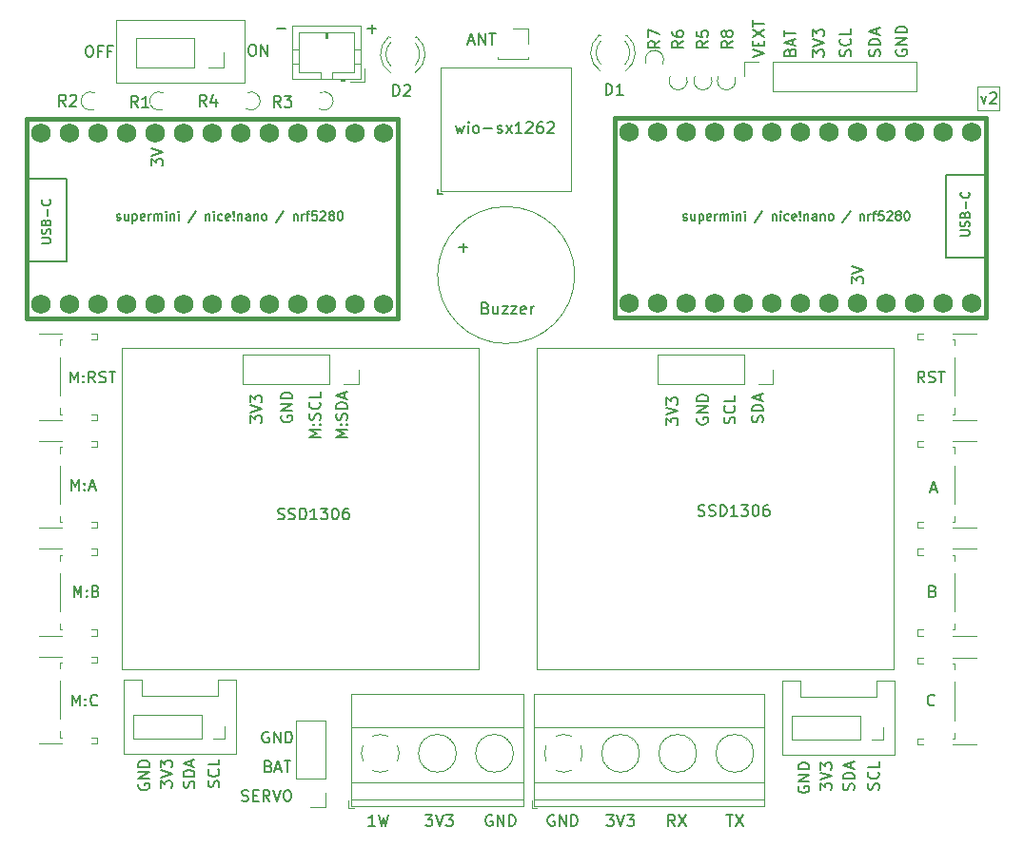
<source format=gbr>
%TF.GenerationSoftware,KiCad,Pcbnew,8.0.6-8.0.6-0~ubuntu24.04.1*%
%TF.CreationDate,2025-07-04T19:00:07-04:00*%
%TF.ProjectId,meshbot_kicad,6d657368-626f-4745-9f6b-696361642e6b,rev?*%
%TF.SameCoordinates,Original*%
%TF.FileFunction,Legend,Top*%
%TF.FilePolarity,Positive*%
%FSLAX46Y46*%
G04 Gerber Fmt 4.6, Leading zero omitted, Abs format (unit mm)*
G04 Created by KiCad (PCBNEW 8.0.6-8.0.6-0~ubuntu24.04.1) date 2025-07-04 19:00:07*
%MOMM*%
%LPD*%
G01*
G04 APERTURE LIST*
%ADD10C,0.100000*%
%ADD11C,0.150000*%
%ADD12C,0.200000*%
%ADD13C,0.120000*%
%ADD14C,0.381000*%
%ADD15C,0.127000*%
%ADD16C,1.752600*%
G04 APERTURE END LIST*
D10*
X186900000Y-45450000D02*
X188900000Y-45450000D01*
X188900000Y-47550000D01*
X186900000Y-47550000D01*
X186900000Y-45450000D01*
D11*
X159269819Y-75558458D02*
X159269819Y-74939411D01*
X159269819Y-74939411D02*
X159650771Y-75272744D01*
X159650771Y-75272744D02*
X159650771Y-75129887D01*
X159650771Y-75129887D02*
X159698390Y-75034649D01*
X159698390Y-75034649D02*
X159746009Y-74987030D01*
X159746009Y-74987030D02*
X159841247Y-74939411D01*
X159841247Y-74939411D02*
X160079342Y-74939411D01*
X160079342Y-74939411D02*
X160174580Y-74987030D01*
X160174580Y-74987030D02*
X160222200Y-75034649D01*
X160222200Y-75034649D02*
X160269819Y-75129887D01*
X160269819Y-75129887D02*
X160269819Y-75415601D01*
X160269819Y-75415601D02*
X160222200Y-75510839D01*
X160222200Y-75510839D02*
X160174580Y-75558458D01*
X159269819Y-74653696D02*
X160269819Y-74320363D01*
X160269819Y-74320363D02*
X159269819Y-73987030D01*
X159269819Y-73748934D02*
X159269819Y-73129887D01*
X159269819Y-73129887D02*
X159650771Y-73463220D01*
X159650771Y-73463220D02*
X159650771Y-73320363D01*
X159650771Y-73320363D02*
X159698390Y-73225125D01*
X159698390Y-73225125D02*
X159746009Y-73177506D01*
X159746009Y-73177506D02*
X159841247Y-73129887D01*
X159841247Y-73129887D02*
X160079342Y-73129887D01*
X160079342Y-73129887D02*
X160174580Y-73177506D01*
X160174580Y-73177506D02*
X160222200Y-73225125D01*
X160222200Y-73225125D02*
X160269819Y-73320363D01*
X160269819Y-73320363D02*
X160269819Y-73606077D01*
X160269819Y-73606077D02*
X160222200Y-73701315D01*
X160222200Y-73701315D02*
X160174580Y-73748934D01*
X122269819Y-75358458D02*
X122269819Y-74739411D01*
X122269819Y-74739411D02*
X122650771Y-75072744D01*
X122650771Y-75072744D02*
X122650771Y-74929887D01*
X122650771Y-74929887D02*
X122698390Y-74834649D01*
X122698390Y-74834649D02*
X122746009Y-74787030D01*
X122746009Y-74787030D02*
X122841247Y-74739411D01*
X122841247Y-74739411D02*
X123079342Y-74739411D01*
X123079342Y-74739411D02*
X123174580Y-74787030D01*
X123174580Y-74787030D02*
X123222200Y-74834649D01*
X123222200Y-74834649D02*
X123269819Y-74929887D01*
X123269819Y-74929887D02*
X123269819Y-75215601D01*
X123269819Y-75215601D02*
X123222200Y-75310839D01*
X123222200Y-75310839D02*
X123174580Y-75358458D01*
X122269819Y-74453696D02*
X123269819Y-74120363D01*
X123269819Y-74120363D02*
X122269819Y-73787030D01*
X122269819Y-73548934D02*
X122269819Y-72929887D01*
X122269819Y-72929887D02*
X122650771Y-73263220D01*
X122650771Y-73263220D02*
X122650771Y-73120363D01*
X122650771Y-73120363D02*
X122698390Y-73025125D01*
X122698390Y-73025125D02*
X122746009Y-72977506D01*
X122746009Y-72977506D02*
X122841247Y-72929887D01*
X122841247Y-72929887D02*
X123079342Y-72929887D01*
X123079342Y-72929887D02*
X123174580Y-72977506D01*
X123174580Y-72977506D02*
X123222200Y-73025125D01*
X123222200Y-73025125D02*
X123269819Y-73120363D01*
X123269819Y-73120363D02*
X123269819Y-73406077D01*
X123269819Y-73406077D02*
X123222200Y-73501315D01*
X123222200Y-73501315D02*
X123174580Y-73548934D01*
X121489160Y-109022200D02*
X121632017Y-109069819D01*
X121632017Y-109069819D02*
X121870112Y-109069819D01*
X121870112Y-109069819D02*
X121965350Y-109022200D01*
X121965350Y-109022200D02*
X122012969Y-108974580D01*
X122012969Y-108974580D02*
X122060588Y-108879342D01*
X122060588Y-108879342D02*
X122060588Y-108784104D01*
X122060588Y-108784104D02*
X122012969Y-108688866D01*
X122012969Y-108688866D02*
X121965350Y-108641247D01*
X121965350Y-108641247D02*
X121870112Y-108593628D01*
X121870112Y-108593628D02*
X121679636Y-108546009D01*
X121679636Y-108546009D02*
X121584398Y-108498390D01*
X121584398Y-108498390D02*
X121536779Y-108450771D01*
X121536779Y-108450771D02*
X121489160Y-108355533D01*
X121489160Y-108355533D02*
X121489160Y-108260295D01*
X121489160Y-108260295D02*
X121536779Y-108165057D01*
X121536779Y-108165057D02*
X121584398Y-108117438D01*
X121584398Y-108117438D02*
X121679636Y-108069819D01*
X121679636Y-108069819D02*
X121917731Y-108069819D01*
X121917731Y-108069819D02*
X122060588Y-108117438D01*
X122489160Y-108546009D02*
X122822493Y-108546009D01*
X122965350Y-109069819D02*
X122489160Y-109069819D01*
X122489160Y-109069819D02*
X122489160Y-108069819D01*
X122489160Y-108069819D02*
X122965350Y-108069819D01*
X123965350Y-109069819D02*
X123632017Y-108593628D01*
X123393922Y-109069819D02*
X123393922Y-108069819D01*
X123393922Y-108069819D02*
X123774874Y-108069819D01*
X123774874Y-108069819D02*
X123870112Y-108117438D01*
X123870112Y-108117438D02*
X123917731Y-108165057D01*
X123917731Y-108165057D02*
X123965350Y-108260295D01*
X123965350Y-108260295D02*
X123965350Y-108403152D01*
X123965350Y-108403152D02*
X123917731Y-108498390D01*
X123917731Y-108498390D02*
X123870112Y-108546009D01*
X123870112Y-108546009D02*
X123774874Y-108593628D01*
X123774874Y-108593628D02*
X123393922Y-108593628D01*
X124251065Y-108069819D02*
X124584398Y-109069819D01*
X124584398Y-109069819D02*
X124917731Y-108069819D01*
X125441541Y-108069819D02*
X125632017Y-108069819D01*
X125632017Y-108069819D02*
X125727255Y-108117438D01*
X125727255Y-108117438D02*
X125822493Y-108212676D01*
X125822493Y-108212676D02*
X125870112Y-108403152D01*
X125870112Y-108403152D02*
X125870112Y-108736485D01*
X125870112Y-108736485D02*
X125822493Y-108926961D01*
X125822493Y-108926961D02*
X125727255Y-109022200D01*
X125727255Y-109022200D02*
X125632017Y-109069819D01*
X125632017Y-109069819D02*
X125441541Y-109069819D01*
X125441541Y-109069819D02*
X125346303Y-109022200D01*
X125346303Y-109022200D02*
X125251065Y-108926961D01*
X125251065Y-108926961D02*
X125203446Y-108736485D01*
X125203446Y-108736485D02*
X125203446Y-108403152D01*
X125203446Y-108403152D02*
X125251065Y-108212676D01*
X125251065Y-108212676D02*
X125346303Y-108117438D01*
X125346303Y-108117438D02*
X125441541Y-108069819D01*
X179717438Y-42139411D02*
X179669819Y-42234649D01*
X179669819Y-42234649D02*
X179669819Y-42377506D01*
X179669819Y-42377506D02*
X179717438Y-42520363D01*
X179717438Y-42520363D02*
X179812676Y-42615601D01*
X179812676Y-42615601D02*
X179907914Y-42663220D01*
X179907914Y-42663220D02*
X180098390Y-42710839D01*
X180098390Y-42710839D02*
X180241247Y-42710839D01*
X180241247Y-42710839D02*
X180431723Y-42663220D01*
X180431723Y-42663220D02*
X180526961Y-42615601D01*
X180526961Y-42615601D02*
X180622200Y-42520363D01*
X180622200Y-42520363D02*
X180669819Y-42377506D01*
X180669819Y-42377506D02*
X180669819Y-42282268D01*
X180669819Y-42282268D02*
X180622200Y-42139411D01*
X180622200Y-42139411D02*
X180574580Y-42091792D01*
X180574580Y-42091792D02*
X180241247Y-42091792D01*
X180241247Y-42091792D02*
X180241247Y-42282268D01*
X180669819Y-41663220D02*
X179669819Y-41663220D01*
X179669819Y-41663220D02*
X180669819Y-41091792D01*
X180669819Y-41091792D02*
X179669819Y-41091792D01*
X180669819Y-40615601D02*
X179669819Y-40615601D01*
X179669819Y-40615601D02*
X179669819Y-40377506D01*
X179669819Y-40377506D02*
X179717438Y-40234649D01*
X179717438Y-40234649D02*
X179812676Y-40139411D01*
X179812676Y-40139411D02*
X179907914Y-40091792D01*
X179907914Y-40091792D02*
X180098390Y-40044173D01*
X180098390Y-40044173D02*
X180241247Y-40044173D01*
X180241247Y-40044173D02*
X180431723Y-40091792D01*
X180431723Y-40091792D02*
X180526961Y-40139411D01*
X180526961Y-40139411D02*
X180622200Y-40234649D01*
X180622200Y-40234649D02*
X180669819Y-40377506D01*
X180669819Y-40377506D02*
X180669819Y-40615601D01*
X149260588Y-110317438D02*
X149165350Y-110269819D01*
X149165350Y-110269819D02*
X149022493Y-110269819D01*
X149022493Y-110269819D02*
X148879636Y-110317438D01*
X148879636Y-110317438D02*
X148784398Y-110412676D01*
X148784398Y-110412676D02*
X148736779Y-110507914D01*
X148736779Y-110507914D02*
X148689160Y-110698390D01*
X148689160Y-110698390D02*
X148689160Y-110841247D01*
X148689160Y-110841247D02*
X148736779Y-111031723D01*
X148736779Y-111031723D02*
X148784398Y-111126961D01*
X148784398Y-111126961D02*
X148879636Y-111222200D01*
X148879636Y-111222200D02*
X149022493Y-111269819D01*
X149022493Y-111269819D02*
X149117731Y-111269819D01*
X149117731Y-111269819D02*
X149260588Y-111222200D01*
X149260588Y-111222200D02*
X149308207Y-111174580D01*
X149308207Y-111174580D02*
X149308207Y-110841247D01*
X149308207Y-110841247D02*
X149117731Y-110841247D01*
X149736779Y-111269819D02*
X149736779Y-110269819D01*
X149736779Y-110269819D02*
X150308207Y-111269819D01*
X150308207Y-111269819D02*
X150308207Y-110269819D01*
X150784398Y-111269819D02*
X150784398Y-110269819D01*
X150784398Y-110269819D02*
X151022493Y-110269819D01*
X151022493Y-110269819D02*
X151165350Y-110317438D01*
X151165350Y-110317438D02*
X151260588Y-110412676D01*
X151260588Y-110412676D02*
X151308207Y-110507914D01*
X151308207Y-110507914D02*
X151355826Y-110698390D01*
X151355826Y-110698390D02*
X151355826Y-110841247D01*
X151355826Y-110841247D02*
X151308207Y-111031723D01*
X151308207Y-111031723D02*
X151260588Y-111126961D01*
X151260588Y-111126961D02*
X151165350Y-111222200D01*
X151165350Y-111222200D02*
X151022493Y-111269819D01*
X151022493Y-111269819D02*
X150784398Y-111269819D01*
X106236779Y-71769819D02*
X106236779Y-70769819D01*
X106236779Y-70769819D02*
X106570112Y-71484104D01*
X106570112Y-71484104D02*
X106903445Y-70769819D01*
X106903445Y-70769819D02*
X106903445Y-71769819D01*
X107379636Y-71674580D02*
X107427255Y-71722200D01*
X107427255Y-71722200D02*
X107379636Y-71769819D01*
X107379636Y-71769819D02*
X107332017Y-71722200D01*
X107332017Y-71722200D02*
X107379636Y-71674580D01*
X107379636Y-71674580D02*
X107379636Y-71769819D01*
X107379636Y-71150771D02*
X107427255Y-71198390D01*
X107427255Y-71198390D02*
X107379636Y-71246009D01*
X107379636Y-71246009D02*
X107332017Y-71198390D01*
X107332017Y-71198390D02*
X107379636Y-71150771D01*
X107379636Y-71150771D02*
X107379636Y-71246009D01*
X108427254Y-71769819D02*
X108093921Y-71293628D01*
X107855826Y-71769819D02*
X107855826Y-70769819D01*
X107855826Y-70769819D02*
X108236778Y-70769819D01*
X108236778Y-70769819D02*
X108332016Y-70817438D01*
X108332016Y-70817438D02*
X108379635Y-70865057D01*
X108379635Y-70865057D02*
X108427254Y-70960295D01*
X108427254Y-70960295D02*
X108427254Y-71103152D01*
X108427254Y-71103152D02*
X108379635Y-71198390D01*
X108379635Y-71198390D02*
X108332016Y-71246009D01*
X108332016Y-71246009D02*
X108236778Y-71293628D01*
X108236778Y-71293628D02*
X107855826Y-71293628D01*
X108808207Y-71722200D02*
X108951064Y-71769819D01*
X108951064Y-71769819D02*
X109189159Y-71769819D01*
X109189159Y-71769819D02*
X109284397Y-71722200D01*
X109284397Y-71722200D02*
X109332016Y-71674580D01*
X109332016Y-71674580D02*
X109379635Y-71579342D01*
X109379635Y-71579342D02*
X109379635Y-71484104D01*
X109379635Y-71484104D02*
X109332016Y-71388866D01*
X109332016Y-71388866D02*
X109284397Y-71341247D01*
X109284397Y-71341247D02*
X109189159Y-71293628D01*
X109189159Y-71293628D02*
X108998683Y-71246009D01*
X108998683Y-71246009D02*
X108903445Y-71198390D01*
X108903445Y-71198390D02*
X108855826Y-71150771D01*
X108855826Y-71150771D02*
X108808207Y-71055533D01*
X108808207Y-71055533D02*
X108808207Y-70960295D01*
X108808207Y-70960295D02*
X108855826Y-70865057D01*
X108855826Y-70865057D02*
X108903445Y-70817438D01*
X108903445Y-70817438D02*
X108998683Y-70769819D01*
X108998683Y-70769819D02*
X109236778Y-70769819D01*
X109236778Y-70769819D02*
X109379635Y-70817438D01*
X109665350Y-70769819D02*
X110236778Y-70769819D01*
X109951064Y-71769819D02*
X109951064Y-70769819D01*
X165322200Y-75410839D02*
X165369819Y-75267982D01*
X165369819Y-75267982D02*
X165369819Y-75029887D01*
X165369819Y-75029887D02*
X165322200Y-74934649D01*
X165322200Y-74934649D02*
X165274580Y-74887030D01*
X165274580Y-74887030D02*
X165179342Y-74839411D01*
X165179342Y-74839411D02*
X165084104Y-74839411D01*
X165084104Y-74839411D02*
X164988866Y-74887030D01*
X164988866Y-74887030D02*
X164941247Y-74934649D01*
X164941247Y-74934649D02*
X164893628Y-75029887D01*
X164893628Y-75029887D02*
X164846009Y-75220363D01*
X164846009Y-75220363D02*
X164798390Y-75315601D01*
X164798390Y-75315601D02*
X164750771Y-75363220D01*
X164750771Y-75363220D02*
X164655533Y-75410839D01*
X164655533Y-75410839D02*
X164560295Y-75410839D01*
X164560295Y-75410839D02*
X164465057Y-75363220D01*
X164465057Y-75363220D02*
X164417438Y-75315601D01*
X164417438Y-75315601D02*
X164369819Y-75220363D01*
X164369819Y-75220363D02*
X164369819Y-74982268D01*
X164369819Y-74982268D02*
X164417438Y-74839411D01*
X165274580Y-73839411D02*
X165322200Y-73887030D01*
X165322200Y-73887030D02*
X165369819Y-74029887D01*
X165369819Y-74029887D02*
X165369819Y-74125125D01*
X165369819Y-74125125D02*
X165322200Y-74267982D01*
X165322200Y-74267982D02*
X165226961Y-74363220D01*
X165226961Y-74363220D02*
X165131723Y-74410839D01*
X165131723Y-74410839D02*
X164941247Y-74458458D01*
X164941247Y-74458458D02*
X164798390Y-74458458D01*
X164798390Y-74458458D02*
X164607914Y-74410839D01*
X164607914Y-74410839D02*
X164512676Y-74363220D01*
X164512676Y-74363220D02*
X164417438Y-74267982D01*
X164417438Y-74267982D02*
X164369819Y-74125125D01*
X164369819Y-74125125D02*
X164369819Y-74029887D01*
X164369819Y-74029887D02*
X164417438Y-73887030D01*
X164417438Y-73887030D02*
X164465057Y-73839411D01*
X165369819Y-72934649D02*
X165369819Y-73410839D01*
X165369819Y-73410839D02*
X164369819Y-73410839D01*
X175922200Y-108072744D02*
X175969819Y-107929887D01*
X175969819Y-107929887D02*
X175969819Y-107691792D01*
X175969819Y-107691792D02*
X175922200Y-107596554D01*
X175922200Y-107596554D02*
X175874580Y-107548935D01*
X175874580Y-107548935D02*
X175779342Y-107501316D01*
X175779342Y-107501316D02*
X175684104Y-107501316D01*
X175684104Y-107501316D02*
X175588866Y-107548935D01*
X175588866Y-107548935D02*
X175541247Y-107596554D01*
X175541247Y-107596554D02*
X175493628Y-107691792D01*
X175493628Y-107691792D02*
X175446009Y-107882268D01*
X175446009Y-107882268D02*
X175398390Y-107977506D01*
X175398390Y-107977506D02*
X175350771Y-108025125D01*
X175350771Y-108025125D02*
X175255533Y-108072744D01*
X175255533Y-108072744D02*
X175160295Y-108072744D01*
X175160295Y-108072744D02*
X175065057Y-108025125D01*
X175065057Y-108025125D02*
X175017438Y-107977506D01*
X175017438Y-107977506D02*
X174969819Y-107882268D01*
X174969819Y-107882268D02*
X174969819Y-107644173D01*
X174969819Y-107644173D02*
X175017438Y-107501316D01*
X175969819Y-107072744D02*
X174969819Y-107072744D01*
X174969819Y-107072744D02*
X174969819Y-106834649D01*
X174969819Y-106834649D02*
X175017438Y-106691792D01*
X175017438Y-106691792D02*
X175112676Y-106596554D01*
X175112676Y-106596554D02*
X175207914Y-106548935D01*
X175207914Y-106548935D02*
X175398390Y-106501316D01*
X175398390Y-106501316D02*
X175541247Y-106501316D01*
X175541247Y-106501316D02*
X175731723Y-106548935D01*
X175731723Y-106548935D02*
X175826961Y-106596554D01*
X175826961Y-106596554D02*
X175922200Y-106691792D01*
X175922200Y-106691792D02*
X175969819Y-106834649D01*
X175969819Y-106834649D02*
X175969819Y-107072744D01*
X175684104Y-106120363D02*
X175684104Y-105644173D01*
X175969819Y-106215601D02*
X174969819Y-105882268D01*
X174969819Y-105882268D02*
X175969819Y-105548935D01*
D12*
X124569673Y-40286266D02*
X125331578Y-40286266D01*
D11*
X160008207Y-111269819D02*
X159674874Y-110793628D01*
X159436779Y-111269819D02*
X159436779Y-110269819D01*
X159436779Y-110269819D02*
X159817731Y-110269819D01*
X159817731Y-110269819D02*
X159912969Y-110317438D01*
X159912969Y-110317438D02*
X159960588Y-110365057D01*
X159960588Y-110365057D02*
X160008207Y-110460295D01*
X160008207Y-110460295D02*
X160008207Y-110603152D01*
X160008207Y-110603152D02*
X159960588Y-110698390D01*
X159960588Y-110698390D02*
X159912969Y-110746009D01*
X159912969Y-110746009D02*
X159817731Y-110793628D01*
X159817731Y-110793628D02*
X159436779Y-110793628D01*
X160341541Y-110269819D02*
X161008207Y-111269819D01*
X161008207Y-110269819D02*
X160341541Y-111269819D01*
X106536779Y-90869819D02*
X106536779Y-89869819D01*
X106536779Y-89869819D02*
X106870112Y-90584104D01*
X106870112Y-90584104D02*
X107203445Y-89869819D01*
X107203445Y-89869819D02*
X107203445Y-90869819D01*
X107679636Y-90774580D02*
X107727255Y-90822200D01*
X107727255Y-90822200D02*
X107679636Y-90869819D01*
X107679636Y-90869819D02*
X107632017Y-90822200D01*
X107632017Y-90822200D02*
X107679636Y-90774580D01*
X107679636Y-90774580D02*
X107679636Y-90869819D01*
X107679636Y-90250771D02*
X107727255Y-90298390D01*
X107727255Y-90298390D02*
X107679636Y-90346009D01*
X107679636Y-90346009D02*
X107632017Y-90298390D01*
X107632017Y-90298390D02*
X107679636Y-90250771D01*
X107679636Y-90250771D02*
X107679636Y-90346009D01*
X108489159Y-90346009D02*
X108632016Y-90393628D01*
X108632016Y-90393628D02*
X108679635Y-90441247D01*
X108679635Y-90441247D02*
X108727254Y-90536485D01*
X108727254Y-90536485D02*
X108727254Y-90679342D01*
X108727254Y-90679342D02*
X108679635Y-90774580D01*
X108679635Y-90774580D02*
X108632016Y-90822200D01*
X108632016Y-90822200D02*
X108536778Y-90869819D01*
X108536778Y-90869819D02*
X108155826Y-90869819D01*
X108155826Y-90869819D02*
X108155826Y-89869819D01*
X108155826Y-89869819D02*
X108489159Y-89869819D01*
X108489159Y-89869819D02*
X108584397Y-89917438D01*
X108584397Y-89917438D02*
X108632016Y-89965057D01*
X108632016Y-89965057D02*
X108679635Y-90060295D01*
X108679635Y-90060295D02*
X108679635Y-90155533D01*
X108679635Y-90155533D02*
X108632016Y-90250771D01*
X108632016Y-90250771D02*
X108584397Y-90298390D01*
X108584397Y-90298390D02*
X108489159Y-90346009D01*
X108489159Y-90346009D02*
X108155826Y-90346009D01*
X123870112Y-105946009D02*
X124012969Y-105993628D01*
X124012969Y-105993628D02*
X124060588Y-106041247D01*
X124060588Y-106041247D02*
X124108207Y-106136485D01*
X124108207Y-106136485D02*
X124108207Y-106279342D01*
X124108207Y-106279342D02*
X124060588Y-106374580D01*
X124060588Y-106374580D02*
X124012969Y-106422200D01*
X124012969Y-106422200D02*
X123917731Y-106469819D01*
X123917731Y-106469819D02*
X123536779Y-106469819D01*
X123536779Y-106469819D02*
X123536779Y-105469819D01*
X123536779Y-105469819D02*
X123870112Y-105469819D01*
X123870112Y-105469819D02*
X123965350Y-105517438D01*
X123965350Y-105517438D02*
X124012969Y-105565057D01*
X124012969Y-105565057D02*
X124060588Y-105660295D01*
X124060588Y-105660295D02*
X124060588Y-105755533D01*
X124060588Y-105755533D02*
X124012969Y-105850771D01*
X124012969Y-105850771D02*
X123965350Y-105898390D01*
X123965350Y-105898390D02*
X123870112Y-105946009D01*
X123870112Y-105946009D02*
X123536779Y-105946009D01*
X124489160Y-106184104D02*
X124965350Y-106184104D01*
X124393922Y-106469819D02*
X124727255Y-105469819D01*
X124727255Y-105469819D02*
X125060588Y-106469819D01*
X125251065Y-105469819D02*
X125822493Y-105469819D01*
X125536779Y-106469819D02*
X125536779Y-105469819D01*
X125017438Y-74739411D02*
X124969819Y-74834649D01*
X124969819Y-74834649D02*
X124969819Y-74977506D01*
X124969819Y-74977506D02*
X125017438Y-75120363D01*
X125017438Y-75120363D02*
X125112676Y-75215601D01*
X125112676Y-75215601D02*
X125207914Y-75263220D01*
X125207914Y-75263220D02*
X125398390Y-75310839D01*
X125398390Y-75310839D02*
X125541247Y-75310839D01*
X125541247Y-75310839D02*
X125731723Y-75263220D01*
X125731723Y-75263220D02*
X125826961Y-75215601D01*
X125826961Y-75215601D02*
X125922200Y-75120363D01*
X125922200Y-75120363D02*
X125969819Y-74977506D01*
X125969819Y-74977506D02*
X125969819Y-74882268D01*
X125969819Y-74882268D02*
X125922200Y-74739411D01*
X125922200Y-74739411D02*
X125874580Y-74691792D01*
X125874580Y-74691792D02*
X125541247Y-74691792D01*
X125541247Y-74691792D02*
X125541247Y-74882268D01*
X125969819Y-74263220D02*
X124969819Y-74263220D01*
X124969819Y-74263220D02*
X125969819Y-73691792D01*
X125969819Y-73691792D02*
X124969819Y-73691792D01*
X125969819Y-73215601D02*
X124969819Y-73215601D01*
X124969819Y-73215601D02*
X124969819Y-72977506D01*
X124969819Y-72977506D02*
X125017438Y-72834649D01*
X125017438Y-72834649D02*
X125112676Y-72739411D01*
X125112676Y-72739411D02*
X125207914Y-72691792D01*
X125207914Y-72691792D02*
X125398390Y-72644173D01*
X125398390Y-72644173D02*
X125541247Y-72644173D01*
X125541247Y-72644173D02*
X125731723Y-72691792D01*
X125731723Y-72691792D02*
X125826961Y-72739411D01*
X125826961Y-72739411D02*
X125922200Y-72834649D01*
X125922200Y-72834649D02*
X125969819Y-72977506D01*
X125969819Y-72977506D02*
X125969819Y-73215601D01*
X153941541Y-110269819D02*
X154560588Y-110269819D01*
X154560588Y-110269819D02*
X154227255Y-110650771D01*
X154227255Y-110650771D02*
X154370112Y-110650771D01*
X154370112Y-110650771D02*
X154465350Y-110698390D01*
X154465350Y-110698390D02*
X154512969Y-110746009D01*
X154512969Y-110746009D02*
X154560588Y-110841247D01*
X154560588Y-110841247D02*
X154560588Y-111079342D01*
X154560588Y-111079342D02*
X154512969Y-111174580D01*
X154512969Y-111174580D02*
X154465350Y-111222200D01*
X154465350Y-111222200D02*
X154370112Y-111269819D01*
X154370112Y-111269819D02*
X154084398Y-111269819D01*
X154084398Y-111269819D02*
X153989160Y-111222200D01*
X153989160Y-111222200D02*
X153941541Y-111174580D01*
X154846303Y-110269819D02*
X155179636Y-111269819D01*
X155179636Y-111269819D02*
X155512969Y-110269819D01*
X155751065Y-110269819D02*
X156370112Y-110269819D01*
X156370112Y-110269819D02*
X156036779Y-110650771D01*
X156036779Y-110650771D02*
X156179636Y-110650771D01*
X156179636Y-110650771D02*
X156274874Y-110698390D01*
X156274874Y-110698390D02*
X156322493Y-110746009D01*
X156322493Y-110746009D02*
X156370112Y-110841247D01*
X156370112Y-110841247D02*
X156370112Y-111079342D01*
X156370112Y-111079342D02*
X156322493Y-111174580D01*
X156322493Y-111174580D02*
X156274874Y-111222200D01*
X156274874Y-111222200D02*
X156179636Y-111269819D01*
X156179636Y-111269819D02*
X155893922Y-111269819D01*
X155893922Y-111269819D02*
X155798684Y-111222200D01*
X155798684Y-111222200D02*
X155751065Y-111174580D01*
X119422200Y-107810839D02*
X119469819Y-107667982D01*
X119469819Y-107667982D02*
X119469819Y-107429887D01*
X119469819Y-107429887D02*
X119422200Y-107334649D01*
X119422200Y-107334649D02*
X119374580Y-107287030D01*
X119374580Y-107287030D02*
X119279342Y-107239411D01*
X119279342Y-107239411D02*
X119184104Y-107239411D01*
X119184104Y-107239411D02*
X119088866Y-107287030D01*
X119088866Y-107287030D02*
X119041247Y-107334649D01*
X119041247Y-107334649D02*
X118993628Y-107429887D01*
X118993628Y-107429887D02*
X118946009Y-107620363D01*
X118946009Y-107620363D02*
X118898390Y-107715601D01*
X118898390Y-107715601D02*
X118850771Y-107763220D01*
X118850771Y-107763220D02*
X118755533Y-107810839D01*
X118755533Y-107810839D02*
X118660295Y-107810839D01*
X118660295Y-107810839D02*
X118565057Y-107763220D01*
X118565057Y-107763220D02*
X118517438Y-107715601D01*
X118517438Y-107715601D02*
X118469819Y-107620363D01*
X118469819Y-107620363D02*
X118469819Y-107382268D01*
X118469819Y-107382268D02*
X118517438Y-107239411D01*
X119374580Y-106239411D02*
X119422200Y-106287030D01*
X119422200Y-106287030D02*
X119469819Y-106429887D01*
X119469819Y-106429887D02*
X119469819Y-106525125D01*
X119469819Y-106525125D02*
X119422200Y-106667982D01*
X119422200Y-106667982D02*
X119326961Y-106763220D01*
X119326961Y-106763220D02*
X119231723Y-106810839D01*
X119231723Y-106810839D02*
X119041247Y-106858458D01*
X119041247Y-106858458D02*
X118898390Y-106858458D01*
X118898390Y-106858458D02*
X118707914Y-106810839D01*
X118707914Y-106810839D02*
X118612676Y-106763220D01*
X118612676Y-106763220D02*
X118517438Y-106667982D01*
X118517438Y-106667982D02*
X118469819Y-106525125D01*
X118469819Y-106525125D02*
X118469819Y-106429887D01*
X118469819Y-106429887D02*
X118517438Y-106287030D01*
X118517438Y-106287030D02*
X118565057Y-106239411D01*
X119469819Y-105334649D02*
X119469819Y-105810839D01*
X119469819Y-105810839D02*
X118469819Y-105810839D01*
X107827255Y-41769819D02*
X108017731Y-41769819D01*
X108017731Y-41769819D02*
X108112969Y-41817438D01*
X108112969Y-41817438D02*
X108208207Y-41912676D01*
X108208207Y-41912676D02*
X108255826Y-42103152D01*
X108255826Y-42103152D02*
X108255826Y-42436485D01*
X108255826Y-42436485D02*
X108208207Y-42626961D01*
X108208207Y-42626961D02*
X108112969Y-42722200D01*
X108112969Y-42722200D02*
X108017731Y-42769819D01*
X108017731Y-42769819D02*
X107827255Y-42769819D01*
X107827255Y-42769819D02*
X107732017Y-42722200D01*
X107732017Y-42722200D02*
X107636779Y-42626961D01*
X107636779Y-42626961D02*
X107589160Y-42436485D01*
X107589160Y-42436485D02*
X107589160Y-42103152D01*
X107589160Y-42103152D02*
X107636779Y-41912676D01*
X107636779Y-41912676D02*
X107732017Y-41817438D01*
X107732017Y-41817438D02*
X107827255Y-41769819D01*
X109017731Y-42246009D02*
X108684398Y-42246009D01*
X108684398Y-42769819D02*
X108684398Y-41769819D01*
X108684398Y-41769819D02*
X109160588Y-41769819D01*
X109874874Y-42246009D02*
X109541541Y-42246009D01*
X109541541Y-42769819D02*
X109541541Y-41769819D01*
X109541541Y-41769819D02*
X110017731Y-41769819D01*
X106436779Y-100569819D02*
X106436779Y-99569819D01*
X106436779Y-99569819D02*
X106770112Y-100284104D01*
X106770112Y-100284104D02*
X107103445Y-99569819D01*
X107103445Y-99569819D02*
X107103445Y-100569819D01*
X107579636Y-100474580D02*
X107627255Y-100522200D01*
X107627255Y-100522200D02*
X107579636Y-100569819D01*
X107579636Y-100569819D02*
X107532017Y-100522200D01*
X107532017Y-100522200D02*
X107579636Y-100474580D01*
X107579636Y-100474580D02*
X107579636Y-100569819D01*
X107579636Y-99950771D02*
X107627255Y-99998390D01*
X107627255Y-99998390D02*
X107579636Y-100046009D01*
X107579636Y-100046009D02*
X107532017Y-99998390D01*
X107532017Y-99998390D02*
X107579636Y-99950771D01*
X107579636Y-99950771D02*
X107579636Y-100046009D01*
X108627254Y-100474580D02*
X108579635Y-100522200D01*
X108579635Y-100522200D02*
X108436778Y-100569819D01*
X108436778Y-100569819D02*
X108341540Y-100569819D01*
X108341540Y-100569819D02*
X108198683Y-100522200D01*
X108198683Y-100522200D02*
X108103445Y-100426961D01*
X108103445Y-100426961D02*
X108055826Y-100331723D01*
X108055826Y-100331723D02*
X108008207Y-100141247D01*
X108008207Y-100141247D02*
X108008207Y-99998390D01*
X108008207Y-99998390D02*
X108055826Y-99807914D01*
X108055826Y-99807914D02*
X108103445Y-99712676D01*
X108103445Y-99712676D02*
X108198683Y-99617438D01*
X108198683Y-99617438D02*
X108341540Y-99569819D01*
X108341540Y-99569819D02*
X108436778Y-99569819D01*
X108436778Y-99569819D02*
X108579635Y-99617438D01*
X108579635Y-99617438D02*
X108627254Y-99665057D01*
X117222200Y-107858458D02*
X117269819Y-107715601D01*
X117269819Y-107715601D02*
X117269819Y-107477506D01*
X117269819Y-107477506D02*
X117222200Y-107382268D01*
X117222200Y-107382268D02*
X117174580Y-107334649D01*
X117174580Y-107334649D02*
X117079342Y-107287030D01*
X117079342Y-107287030D02*
X116984104Y-107287030D01*
X116984104Y-107287030D02*
X116888866Y-107334649D01*
X116888866Y-107334649D02*
X116841247Y-107382268D01*
X116841247Y-107382268D02*
X116793628Y-107477506D01*
X116793628Y-107477506D02*
X116746009Y-107667982D01*
X116746009Y-107667982D02*
X116698390Y-107763220D01*
X116698390Y-107763220D02*
X116650771Y-107810839D01*
X116650771Y-107810839D02*
X116555533Y-107858458D01*
X116555533Y-107858458D02*
X116460295Y-107858458D01*
X116460295Y-107858458D02*
X116365057Y-107810839D01*
X116365057Y-107810839D02*
X116317438Y-107763220D01*
X116317438Y-107763220D02*
X116269819Y-107667982D01*
X116269819Y-107667982D02*
X116269819Y-107429887D01*
X116269819Y-107429887D02*
X116317438Y-107287030D01*
X117269819Y-106858458D02*
X116269819Y-106858458D01*
X116269819Y-106858458D02*
X116269819Y-106620363D01*
X116269819Y-106620363D02*
X116317438Y-106477506D01*
X116317438Y-106477506D02*
X116412676Y-106382268D01*
X116412676Y-106382268D02*
X116507914Y-106334649D01*
X116507914Y-106334649D02*
X116698390Y-106287030D01*
X116698390Y-106287030D02*
X116841247Y-106287030D01*
X116841247Y-106287030D02*
X117031723Y-106334649D01*
X117031723Y-106334649D02*
X117126961Y-106382268D01*
X117126961Y-106382268D02*
X117222200Y-106477506D01*
X117222200Y-106477506D02*
X117269819Y-106620363D01*
X117269819Y-106620363D02*
X117269819Y-106858458D01*
X116984104Y-105906077D02*
X116984104Y-105429887D01*
X117269819Y-106001315D02*
X116269819Y-105667982D01*
X116269819Y-105667982D02*
X117269819Y-105334649D01*
X141657143Y-41369104D02*
X142133333Y-41369104D01*
X141561905Y-41654819D02*
X141895238Y-40654819D01*
X141895238Y-40654819D02*
X142228571Y-41654819D01*
X142561905Y-41654819D02*
X142561905Y-40654819D01*
X142561905Y-40654819D02*
X143133333Y-41654819D01*
X143133333Y-41654819D02*
X143133333Y-40654819D01*
X143466667Y-40654819D02*
X144038095Y-40654819D01*
X143752381Y-41654819D02*
X143752381Y-40654819D01*
X178122200Y-108025125D02*
X178169819Y-107882268D01*
X178169819Y-107882268D02*
X178169819Y-107644173D01*
X178169819Y-107644173D02*
X178122200Y-107548935D01*
X178122200Y-107548935D02*
X178074580Y-107501316D01*
X178074580Y-107501316D02*
X177979342Y-107453697D01*
X177979342Y-107453697D02*
X177884104Y-107453697D01*
X177884104Y-107453697D02*
X177788866Y-107501316D01*
X177788866Y-107501316D02*
X177741247Y-107548935D01*
X177741247Y-107548935D02*
X177693628Y-107644173D01*
X177693628Y-107644173D02*
X177646009Y-107834649D01*
X177646009Y-107834649D02*
X177598390Y-107929887D01*
X177598390Y-107929887D02*
X177550771Y-107977506D01*
X177550771Y-107977506D02*
X177455533Y-108025125D01*
X177455533Y-108025125D02*
X177360295Y-108025125D01*
X177360295Y-108025125D02*
X177265057Y-107977506D01*
X177265057Y-107977506D02*
X177217438Y-107929887D01*
X177217438Y-107929887D02*
X177169819Y-107834649D01*
X177169819Y-107834649D02*
X177169819Y-107596554D01*
X177169819Y-107596554D02*
X177217438Y-107453697D01*
X178074580Y-106453697D02*
X178122200Y-106501316D01*
X178122200Y-106501316D02*
X178169819Y-106644173D01*
X178169819Y-106644173D02*
X178169819Y-106739411D01*
X178169819Y-106739411D02*
X178122200Y-106882268D01*
X178122200Y-106882268D02*
X178026961Y-106977506D01*
X178026961Y-106977506D02*
X177931723Y-107025125D01*
X177931723Y-107025125D02*
X177741247Y-107072744D01*
X177741247Y-107072744D02*
X177598390Y-107072744D01*
X177598390Y-107072744D02*
X177407914Y-107025125D01*
X177407914Y-107025125D02*
X177312676Y-106977506D01*
X177312676Y-106977506D02*
X177217438Y-106882268D01*
X177217438Y-106882268D02*
X177169819Y-106739411D01*
X177169819Y-106739411D02*
X177169819Y-106644173D01*
X177169819Y-106644173D02*
X177217438Y-106501316D01*
X177217438Y-106501316D02*
X177265057Y-106453697D01*
X178169819Y-105548935D02*
X178169819Y-106025125D01*
X178169819Y-106025125D02*
X177169819Y-106025125D01*
X175622200Y-42710839D02*
X175669819Y-42567982D01*
X175669819Y-42567982D02*
X175669819Y-42329887D01*
X175669819Y-42329887D02*
X175622200Y-42234649D01*
X175622200Y-42234649D02*
X175574580Y-42187030D01*
X175574580Y-42187030D02*
X175479342Y-42139411D01*
X175479342Y-42139411D02*
X175384104Y-42139411D01*
X175384104Y-42139411D02*
X175288866Y-42187030D01*
X175288866Y-42187030D02*
X175241247Y-42234649D01*
X175241247Y-42234649D02*
X175193628Y-42329887D01*
X175193628Y-42329887D02*
X175146009Y-42520363D01*
X175146009Y-42520363D02*
X175098390Y-42615601D01*
X175098390Y-42615601D02*
X175050771Y-42663220D01*
X175050771Y-42663220D02*
X174955533Y-42710839D01*
X174955533Y-42710839D02*
X174860295Y-42710839D01*
X174860295Y-42710839D02*
X174765057Y-42663220D01*
X174765057Y-42663220D02*
X174717438Y-42615601D01*
X174717438Y-42615601D02*
X174669819Y-42520363D01*
X174669819Y-42520363D02*
X174669819Y-42282268D01*
X174669819Y-42282268D02*
X174717438Y-42139411D01*
X175574580Y-41139411D02*
X175622200Y-41187030D01*
X175622200Y-41187030D02*
X175669819Y-41329887D01*
X175669819Y-41329887D02*
X175669819Y-41425125D01*
X175669819Y-41425125D02*
X175622200Y-41567982D01*
X175622200Y-41567982D02*
X175526961Y-41663220D01*
X175526961Y-41663220D02*
X175431723Y-41710839D01*
X175431723Y-41710839D02*
X175241247Y-41758458D01*
X175241247Y-41758458D02*
X175098390Y-41758458D01*
X175098390Y-41758458D02*
X174907914Y-41710839D01*
X174907914Y-41710839D02*
X174812676Y-41663220D01*
X174812676Y-41663220D02*
X174717438Y-41567982D01*
X174717438Y-41567982D02*
X174669819Y-41425125D01*
X174669819Y-41425125D02*
X174669819Y-41329887D01*
X174669819Y-41329887D02*
X174717438Y-41187030D01*
X174717438Y-41187030D02*
X174765057Y-41139411D01*
X175669819Y-40234649D02*
X175669819Y-40710839D01*
X175669819Y-40710839D02*
X174669819Y-40710839D01*
X143170112Y-65146009D02*
X143312969Y-65193628D01*
X143312969Y-65193628D02*
X143360588Y-65241247D01*
X143360588Y-65241247D02*
X143408207Y-65336485D01*
X143408207Y-65336485D02*
X143408207Y-65479342D01*
X143408207Y-65479342D02*
X143360588Y-65574580D01*
X143360588Y-65574580D02*
X143312969Y-65622200D01*
X143312969Y-65622200D02*
X143217731Y-65669819D01*
X143217731Y-65669819D02*
X142836779Y-65669819D01*
X142836779Y-65669819D02*
X142836779Y-64669819D01*
X142836779Y-64669819D02*
X143170112Y-64669819D01*
X143170112Y-64669819D02*
X143265350Y-64717438D01*
X143265350Y-64717438D02*
X143312969Y-64765057D01*
X143312969Y-64765057D02*
X143360588Y-64860295D01*
X143360588Y-64860295D02*
X143360588Y-64955533D01*
X143360588Y-64955533D02*
X143312969Y-65050771D01*
X143312969Y-65050771D02*
X143265350Y-65098390D01*
X143265350Y-65098390D02*
X143170112Y-65146009D01*
X143170112Y-65146009D02*
X142836779Y-65146009D01*
X144265350Y-65003152D02*
X144265350Y-65669819D01*
X143836779Y-65003152D02*
X143836779Y-65526961D01*
X143836779Y-65526961D02*
X143884398Y-65622200D01*
X143884398Y-65622200D02*
X143979636Y-65669819D01*
X143979636Y-65669819D02*
X144122493Y-65669819D01*
X144122493Y-65669819D02*
X144217731Y-65622200D01*
X144217731Y-65622200D02*
X144265350Y-65574580D01*
X144646303Y-65003152D02*
X145170112Y-65003152D01*
X145170112Y-65003152D02*
X144646303Y-65669819D01*
X144646303Y-65669819D02*
X145170112Y-65669819D01*
X145455827Y-65003152D02*
X145979636Y-65003152D01*
X145979636Y-65003152D02*
X145455827Y-65669819D01*
X145455827Y-65669819D02*
X145979636Y-65669819D01*
X146741541Y-65622200D02*
X146646303Y-65669819D01*
X146646303Y-65669819D02*
X146455827Y-65669819D01*
X146455827Y-65669819D02*
X146360589Y-65622200D01*
X146360589Y-65622200D02*
X146312970Y-65526961D01*
X146312970Y-65526961D02*
X146312970Y-65146009D01*
X146312970Y-65146009D02*
X146360589Y-65050771D01*
X146360589Y-65050771D02*
X146455827Y-65003152D01*
X146455827Y-65003152D02*
X146646303Y-65003152D01*
X146646303Y-65003152D02*
X146741541Y-65050771D01*
X146741541Y-65050771D02*
X146789160Y-65146009D01*
X146789160Y-65146009D02*
X146789160Y-65241247D01*
X146789160Y-65241247D02*
X146312970Y-65336485D01*
X147217732Y-65669819D02*
X147217732Y-65003152D01*
X147217732Y-65193628D02*
X147265351Y-65098390D01*
X147265351Y-65098390D02*
X147312970Y-65050771D01*
X147312970Y-65050771D02*
X147408208Y-65003152D01*
X147408208Y-65003152D02*
X147503446Y-65003152D01*
X123860588Y-102917438D02*
X123765350Y-102869819D01*
X123765350Y-102869819D02*
X123622493Y-102869819D01*
X123622493Y-102869819D02*
X123479636Y-102917438D01*
X123479636Y-102917438D02*
X123384398Y-103012676D01*
X123384398Y-103012676D02*
X123336779Y-103107914D01*
X123336779Y-103107914D02*
X123289160Y-103298390D01*
X123289160Y-103298390D02*
X123289160Y-103441247D01*
X123289160Y-103441247D02*
X123336779Y-103631723D01*
X123336779Y-103631723D02*
X123384398Y-103726961D01*
X123384398Y-103726961D02*
X123479636Y-103822200D01*
X123479636Y-103822200D02*
X123622493Y-103869819D01*
X123622493Y-103869819D02*
X123717731Y-103869819D01*
X123717731Y-103869819D02*
X123860588Y-103822200D01*
X123860588Y-103822200D02*
X123908207Y-103774580D01*
X123908207Y-103774580D02*
X123908207Y-103441247D01*
X123908207Y-103441247D02*
X123717731Y-103441247D01*
X124336779Y-103869819D02*
X124336779Y-102869819D01*
X124336779Y-102869819D02*
X124908207Y-103869819D01*
X124908207Y-103869819D02*
X124908207Y-102869819D01*
X125384398Y-103869819D02*
X125384398Y-102869819D01*
X125384398Y-102869819D02*
X125622493Y-102869819D01*
X125622493Y-102869819D02*
X125765350Y-102917438D01*
X125765350Y-102917438D02*
X125860588Y-103012676D01*
X125860588Y-103012676D02*
X125908207Y-103107914D01*
X125908207Y-103107914D02*
X125955826Y-103298390D01*
X125955826Y-103298390D02*
X125955826Y-103441247D01*
X125955826Y-103441247D02*
X125908207Y-103631723D01*
X125908207Y-103631723D02*
X125860588Y-103726961D01*
X125860588Y-103726961D02*
X125765350Y-103822200D01*
X125765350Y-103822200D02*
X125622493Y-103869819D01*
X125622493Y-103869819D02*
X125384398Y-103869819D01*
X167822200Y-75310839D02*
X167869819Y-75167982D01*
X167869819Y-75167982D02*
X167869819Y-74929887D01*
X167869819Y-74929887D02*
X167822200Y-74834649D01*
X167822200Y-74834649D02*
X167774580Y-74787030D01*
X167774580Y-74787030D02*
X167679342Y-74739411D01*
X167679342Y-74739411D02*
X167584104Y-74739411D01*
X167584104Y-74739411D02*
X167488866Y-74787030D01*
X167488866Y-74787030D02*
X167441247Y-74834649D01*
X167441247Y-74834649D02*
X167393628Y-74929887D01*
X167393628Y-74929887D02*
X167346009Y-75120363D01*
X167346009Y-75120363D02*
X167298390Y-75215601D01*
X167298390Y-75215601D02*
X167250771Y-75263220D01*
X167250771Y-75263220D02*
X167155533Y-75310839D01*
X167155533Y-75310839D02*
X167060295Y-75310839D01*
X167060295Y-75310839D02*
X166965057Y-75263220D01*
X166965057Y-75263220D02*
X166917438Y-75215601D01*
X166917438Y-75215601D02*
X166869819Y-75120363D01*
X166869819Y-75120363D02*
X166869819Y-74882268D01*
X166869819Y-74882268D02*
X166917438Y-74739411D01*
X167869819Y-74310839D02*
X166869819Y-74310839D01*
X166869819Y-74310839D02*
X166869819Y-74072744D01*
X166869819Y-74072744D02*
X166917438Y-73929887D01*
X166917438Y-73929887D02*
X167012676Y-73834649D01*
X167012676Y-73834649D02*
X167107914Y-73787030D01*
X167107914Y-73787030D02*
X167298390Y-73739411D01*
X167298390Y-73739411D02*
X167441247Y-73739411D01*
X167441247Y-73739411D02*
X167631723Y-73787030D01*
X167631723Y-73787030D02*
X167726961Y-73834649D01*
X167726961Y-73834649D02*
X167822200Y-73929887D01*
X167822200Y-73929887D02*
X167869819Y-74072744D01*
X167869819Y-74072744D02*
X167869819Y-74310839D01*
X167584104Y-73358458D02*
X167584104Y-72882268D01*
X167869819Y-73453696D02*
X166869819Y-73120363D01*
X166869819Y-73120363D02*
X167869819Y-72787030D01*
X137821541Y-110269819D02*
X138440588Y-110269819D01*
X138440588Y-110269819D02*
X138107255Y-110650771D01*
X138107255Y-110650771D02*
X138250112Y-110650771D01*
X138250112Y-110650771D02*
X138345350Y-110698390D01*
X138345350Y-110698390D02*
X138392969Y-110746009D01*
X138392969Y-110746009D02*
X138440588Y-110841247D01*
X138440588Y-110841247D02*
X138440588Y-111079342D01*
X138440588Y-111079342D02*
X138392969Y-111174580D01*
X138392969Y-111174580D02*
X138345350Y-111222200D01*
X138345350Y-111222200D02*
X138250112Y-111269819D01*
X138250112Y-111269819D02*
X137964398Y-111269819D01*
X137964398Y-111269819D02*
X137869160Y-111222200D01*
X137869160Y-111222200D02*
X137821541Y-111174580D01*
X138726303Y-110269819D02*
X139059636Y-111269819D01*
X139059636Y-111269819D02*
X139392969Y-110269819D01*
X139631065Y-110269819D02*
X140250112Y-110269819D01*
X140250112Y-110269819D02*
X139916779Y-110650771D01*
X139916779Y-110650771D02*
X140059636Y-110650771D01*
X140059636Y-110650771D02*
X140154874Y-110698390D01*
X140154874Y-110698390D02*
X140202493Y-110746009D01*
X140202493Y-110746009D02*
X140250112Y-110841247D01*
X140250112Y-110841247D02*
X140250112Y-111079342D01*
X140250112Y-111079342D02*
X140202493Y-111174580D01*
X140202493Y-111174580D02*
X140154874Y-111222200D01*
X140154874Y-111222200D02*
X140059636Y-111269819D01*
X140059636Y-111269819D02*
X139773922Y-111269819D01*
X139773922Y-111269819D02*
X139678684Y-111222200D01*
X139678684Y-111222200D02*
X139631065Y-111174580D01*
X187241541Y-46253152D02*
X187479636Y-46919819D01*
X187479636Y-46919819D02*
X187717731Y-46253152D01*
X188051065Y-46015057D02*
X188098684Y-45967438D01*
X188098684Y-45967438D02*
X188193922Y-45919819D01*
X188193922Y-45919819D02*
X188432017Y-45919819D01*
X188432017Y-45919819D02*
X188527255Y-45967438D01*
X188527255Y-45967438D02*
X188574874Y-46015057D01*
X188574874Y-46015057D02*
X188622493Y-46110295D01*
X188622493Y-46110295D02*
X188622493Y-46205533D01*
X188622493Y-46205533D02*
X188574874Y-46348390D01*
X188574874Y-46348390D02*
X188003446Y-46919819D01*
X188003446Y-46919819D02*
X188622493Y-46919819D01*
X172969819Y-108072744D02*
X172969819Y-107453697D01*
X172969819Y-107453697D02*
X173350771Y-107787030D01*
X173350771Y-107787030D02*
X173350771Y-107644173D01*
X173350771Y-107644173D02*
X173398390Y-107548935D01*
X173398390Y-107548935D02*
X173446009Y-107501316D01*
X173446009Y-107501316D02*
X173541247Y-107453697D01*
X173541247Y-107453697D02*
X173779342Y-107453697D01*
X173779342Y-107453697D02*
X173874580Y-107501316D01*
X173874580Y-107501316D02*
X173922200Y-107548935D01*
X173922200Y-107548935D02*
X173969819Y-107644173D01*
X173969819Y-107644173D02*
X173969819Y-107929887D01*
X173969819Y-107929887D02*
X173922200Y-108025125D01*
X173922200Y-108025125D02*
X173874580Y-108072744D01*
X172969819Y-107167982D02*
X173969819Y-106834649D01*
X173969819Y-106834649D02*
X172969819Y-106501316D01*
X172969819Y-106263220D02*
X172969819Y-105644173D01*
X172969819Y-105644173D02*
X173350771Y-105977506D01*
X173350771Y-105977506D02*
X173350771Y-105834649D01*
X173350771Y-105834649D02*
X173398390Y-105739411D01*
X173398390Y-105739411D02*
X173446009Y-105691792D01*
X173446009Y-105691792D02*
X173541247Y-105644173D01*
X173541247Y-105644173D02*
X173779342Y-105644173D01*
X173779342Y-105644173D02*
X173874580Y-105691792D01*
X173874580Y-105691792D02*
X173922200Y-105739411D01*
X173922200Y-105739411D02*
X173969819Y-105834649D01*
X173969819Y-105834649D02*
X173969819Y-106120363D01*
X173969819Y-106120363D02*
X173922200Y-106215601D01*
X173922200Y-106215601D02*
X173874580Y-106263220D01*
X171017438Y-107739411D02*
X170969819Y-107834649D01*
X170969819Y-107834649D02*
X170969819Y-107977506D01*
X170969819Y-107977506D02*
X171017438Y-108120363D01*
X171017438Y-108120363D02*
X171112676Y-108215601D01*
X171112676Y-108215601D02*
X171207914Y-108263220D01*
X171207914Y-108263220D02*
X171398390Y-108310839D01*
X171398390Y-108310839D02*
X171541247Y-108310839D01*
X171541247Y-108310839D02*
X171731723Y-108263220D01*
X171731723Y-108263220D02*
X171826961Y-108215601D01*
X171826961Y-108215601D02*
X171922200Y-108120363D01*
X171922200Y-108120363D02*
X171969819Y-107977506D01*
X171969819Y-107977506D02*
X171969819Y-107882268D01*
X171969819Y-107882268D02*
X171922200Y-107739411D01*
X171922200Y-107739411D02*
X171874580Y-107691792D01*
X171874580Y-107691792D02*
X171541247Y-107691792D01*
X171541247Y-107691792D02*
X171541247Y-107882268D01*
X171969819Y-107263220D02*
X170969819Y-107263220D01*
X170969819Y-107263220D02*
X171969819Y-106691792D01*
X171969819Y-106691792D02*
X170969819Y-106691792D01*
X171969819Y-106215601D02*
X170969819Y-106215601D01*
X170969819Y-106215601D02*
X170969819Y-105977506D01*
X170969819Y-105977506D02*
X171017438Y-105834649D01*
X171017438Y-105834649D02*
X171112676Y-105739411D01*
X171112676Y-105739411D02*
X171207914Y-105691792D01*
X171207914Y-105691792D02*
X171398390Y-105644173D01*
X171398390Y-105644173D02*
X171541247Y-105644173D01*
X171541247Y-105644173D02*
X171731723Y-105691792D01*
X171731723Y-105691792D02*
X171826961Y-105739411D01*
X171826961Y-105739411D02*
X171922200Y-105834649D01*
X171922200Y-105834649D02*
X171969819Y-105977506D01*
X171969819Y-105977506D02*
X171969819Y-106215601D01*
X114269819Y-107858458D02*
X114269819Y-107239411D01*
X114269819Y-107239411D02*
X114650771Y-107572744D01*
X114650771Y-107572744D02*
X114650771Y-107429887D01*
X114650771Y-107429887D02*
X114698390Y-107334649D01*
X114698390Y-107334649D02*
X114746009Y-107287030D01*
X114746009Y-107287030D02*
X114841247Y-107239411D01*
X114841247Y-107239411D02*
X115079342Y-107239411D01*
X115079342Y-107239411D02*
X115174580Y-107287030D01*
X115174580Y-107287030D02*
X115222200Y-107334649D01*
X115222200Y-107334649D02*
X115269819Y-107429887D01*
X115269819Y-107429887D02*
X115269819Y-107715601D01*
X115269819Y-107715601D02*
X115222200Y-107810839D01*
X115222200Y-107810839D02*
X115174580Y-107858458D01*
X114269819Y-106953696D02*
X115269819Y-106620363D01*
X115269819Y-106620363D02*
X114269819Y-106287030D01*
X114269819Y-106048934D02*
X114269819Y-105429887D01*
X114269819Y-105429887D02*
X114650771Y-105763220D01*
X114650771Y-105763220D02*
X114650771Y-105620363D01*
X114650771Y-105620363D02*
X114698390Y-105525125D01*
X114698390Y-105525125D02*
X114746009Y-105477506D01*
X114746009Y-105477506D02*
X114841247Y-105429887D01*
X114841247Y-105429887D02*
X115079342Y-105429887D01*
X115079342Y-105429887D02*
X115174580Y-105477506D01*
X115174580Y-105477506D02*
X115222200Y-105525125D01*
X115222200Y-105525125D02*
X115269819Y-105620363D01*
X115269819Y-105620363D02*
X115269819Y-105906077D01*
X115269819Y-105906077D02*
X115222200Y-106001315D01*
X115222200Y-106001315D02*
X115174580Y-106048934D01*
X112317438Y-107525125D02*
X112269819Y-107620363D01*
X112269819Y-107620363D02*
X112269819Y-107763220D01*
X112269819Y-107763220D02*
X112317438Y-107906077D01*
X112317438Y-107906077D02*
X112412676Y-108001315D01*
X112412676Y-108001315D02*
X112507914Y-108048934D01*
X112507914Y-108048934D02*
X112698390Y-108096553D01*
X112698390Y-108096553D02*
X112841247Y-108096553D01*
X112841247Y-108096553D02*
X113031723Y-108048934D01*
X113031723Y-108048934D02*
X113126961Y-108001315D01*
X113126961Y-108001315D02*
X113222200Y-107906077D01*
X113222200Y-107906077D02*
X113269819Y-107763220D01*
X113269819Y-107763220D02*
X113269819Y-107667982D01*
X113269819Y-107667982D02*
X113222200Y-107525125D01*
X113222200Y-107525125D02*
X113174580Y-107477506D01*
X113174580Y-107477506D02*
X112841247Y-107477506D01*
X112841247Y-107477506D02*
X112841247Y-107667982D01*
X113269819Y-107048934D02*
X112269819Y-107048934D01*
X112269819Y-107048934D02*
X113269819Y-106477506D01*
X113269819Y-106477506D02*
X112269819Y-106477506D01*
X113269819Y-106001315D02*
X112269819Y-106001315D01*
X112269819Y-106001315D02*
X112269819Y-105763220D01*
X112269819Y-105763220D02*
X112317438Y-105620363D01*
X112317438Y-105620363D02*
X112412676Y-105525125D01*
X112412676Y-105525125D02*
X112507914Y-105477506D01*
X112507914Y-105477506D02*
X112698390Y-105429887D01*
X112698390Y-105429887D02*
X112841247Y-105429887D01*
X112841247Y-105429887D02*
X113031723Y-105477506D01*
X113031723Y-105477506D02*
X113126961Y-105525125D01*
X113126961Y-105525125D02*
X113222200Y-105620363D01*
X113222200Y-105620363D02*
X113269819Y-105763220D01*
X113269819Y-105763220D02*
X113269819Y-106001315D01*
X182970112Y-90346009D02*
X183112969Y-90393628D01*
X183112969Y-90393628D02*
X183160588Y-90441247D01*
X183160588Y-90441247D02*
X183208207Y-90536485D01*
X183208207Y-90536485D02*
X183208207Y-90679342D01*
X183208207Y-90679342D02*
X183160588Y-90774580D01*
X183160588Y-90774580D02*
X183112969Y-90822200D01*
X183112969Y-90822200D02*
X183017731Y-90869819D01*
X183017731Y-90869819D02*
X182636779Y-90869819D01*
X182636779Y-90869819D02*
X182636779Y-89869819D01*
X182636779Y-89869819D02*
X182970112Y-89869819D01*
X182970112Y-89869819D02*
X183065350Y-89917438D01*
X183065350Y-89917438D02*
X183112969Y-89965057D01*
X183112969Y-89965057D02*
X183160588Y-90060295D01*
X183160588Y-90060295D02*
X183160588Y-90155533D01*
X183160588Y-90155533D02*
X183112969Y-90250771D01*
X183112969Y-90250771D02*
X183065350Y-90298390D01*
X183065350Y-90298390D02*
X182970112Y-90346009D01*
X182970112Y-90346009D02*
X182636779Y-90346009D01*
X170246009Y-42329887D02*
X170293628Y-42187030D01*
X170293628Y-42187030D02*
X170341247Y-42139411D01*
X170341247Y-42139411D02*
X170436485Y-42091792D01*
X170436485Y-42091792D02*
X170579342Y-42091792D01*
X170579342Y-42091792D02*
X170674580Y-42139411D01*
X170674580Y-42139411D02*
X170722200Y-42187030D01*
X170722200Y-42187030D02*
X170769819Y-42282268D01*
X170769819Y-42282268D02*
X170769819Y-42663220D01*
X170769819Y-42663220D02*
X169769819Y-42663220D01*
X169769819Y-42663220D02*
X169769819Y-42329887D01*
X169769819Y-42329887D02*
X169817438Y-42234649D01*
X169817438Y-42234649D02*
X169865057Y-42187030D01*
X169865057Y-42187030D02*
X169960295Y-42139411D01*
X169960295Y-42139411D02*
X170055533Y-42139411D01*
X170055533Y-42139411D02*
X170150771Y-42187030D01*
X170150771Y-42187030D02*
X170198390Y-42234649D01*
X170198390Y-42234649D02*
X170246009Y-42329887D01*
X170246009Y-42329887D02*
X170246009Y-42663220D01*
X170484104Y-41710839D02*
X170484104Y-41234649D01*
X170769819Y-41806077D02*
X169769819Y-41472744D01*
X169769819Y-41472744D02*
X170769819Y-41139411D01*
X169769819Y-40948934D02*
X169769819Y-40377506D01*
X170769819Y-40663220D02*
X169769819Y-40663220D01*
X182789160Y-81284104D02*
X183265350Y-81284104D01*
X182693922Y-81569819D02*
X183027255Y-80569819D01*
X183027255Y-80569819D02*
X183360588Y-81569819D01*
X178222200Y-42710839D02*
X178269819Y-42567982D01*
X178269819Y-42567982D02*
X178269819Y-42329887D01*
X178269819Y-42329887D02*
X178222200Y-42234649D01*
X178222200Y-42234649D02*
X178174580Y-42187030D01*
X178174580Y-42187030D02*
X178079342Y-42139411D01*
X178079342Y-42139411D02*
X177984104Y-42139411D01*
X177984104Y-42139411D02*
X177888866Y-42187030D01*
X177888866Y-42187030D02*
X177841247Y-42234649D01*
X177841247Y-42234649D02*
X177793628Y-42329887D01*
X177793628Y-42329887D02*
X177746009Y-42520363D01*
X177746009Y-42520363D02*
X177698390Y-42615601D01*
X177698390Y-42615601D02*
X177650771Y-42663220D01*
X177650771Y-42663220D02*
X177555533Y-42710839D01*
X177555533Y-42710839D02*
X177460295Y-42710839D01*
X177460295Y-42710839D02*
X177365057Y-42663220D01*
X177365057Y-42663220D02*
X177317438Y-42615601D01*
X177317438Y-42615601D02*
X177269819Y-42520363D01*
X177269819Y-42520363D02*
X177269819Y-42282268D01*
X177269819Y-42282268D02*
X177317438Y-42139411D01*
X178269819Y-41710839D02*
X177269819Y-41710839D01*
X177269819Y-41710839D02*
X177269819Y-41472744D01*
X177269819Y-41472744D02*
X177317438Y-41329887D01*
X177317438Y-41329887D02*
X177412676Y-41234649D01*
X177412676Y-41234649D02*
X177507914Y-41187030D01*
X177507914Y-41187030D02*
X177698390Y-41139411D01*
X177698390Y-41139411D02*
X177841247Y-41139411D01*
X177841247Y-41139411D02*
X178031723Y-41187030D01*
X178031723Y-41187030D02*
X178126961Y-41234649D01*
X178126961Y-41234649D02*
X178222200Y-41329887D01*
X178222200Y-41329887D02*
X178269819Y-41472744D01*
X178269819Y-41472744D02*
X178269819Y-41710839D01*
X177984104Y-40758458D02*
X177984104Y-40282268D01*
X178269819Y-40853696D02*
X177269819Y-40520363D01*
X177269819Y-40520363D02*
X178269819Y-40187030D01*
X128469819Y-76663220D02*
X127469819Y-76663220D01*
X127469819Y-76663220D02*
X128184104Y-76329887D01*
X128184104Y-76329887D02*
X127469819Y-75996554D01*
X127469819Y-75996554D02*
X128469819Y-75996554D01*
X128374580Y-75520363D02*
X128422200Y-75472744D01*
X128422200Y-75472744D02*
X128469819Y-75520363D01*
X128469819Y-75520363D02*
X128422200Y-75567982D01*
X128422200Y-75567982D02*
X128374580Y-75520363D01*
X128374580Y-75520363D02*
X128469819Y-75520363D01*
X127850771Y-75520363D02*
X127898390Y-75472744D01*
X127898390Y-75472744D02*
X127946009Y-75520363D01*
X127946009Y-75520363D02*
X127898390Y-75567982D01*
X127898390Y-75567982D02*
X127850771Y-75520363D01*
X127850771Y-75520363D02*
X127946009Y-75520363D01*
X128422200Y-75091792D02*
X128469819Y-74948935D01*
X128469819Y-74948935D02*
X128469819Y-74710840D01*
X128469819Y-74710840D02*
X128422200Y-74615602D01*
X128422200Y-74615602D02*
X128374580Y-74567983D01*
X128374580Y-74567983D02*
X128279342Y-74520364D01*
X128279342Y-74520364D02*
X128184104Y-74520364D01*
X128184104Y-74520364D02*
X128088866Y-74567983D01*
X128088866Y-74567983D02*
X128041247Y-74615602D01*
X128041247Y-74615602D02*
X127993628Y-74710840D01*
X127993628Y-74710840D02*
X127946009Y-74901316D01*
X127946009Y-74901316D02*
X127898390Y-74996554D01*
X127898390Y-74996554D02*
X127850771Y-75044173D01*
X127850771Y-75044173D02*
X127755533Y-75091792D01*
X127755533Y-75091792D02*
X127660295Y-75091792D01*
X127660295Y-75091792D02*
X127565057Y-75044173D01*
X127565057Y-75044173D02*
X127517438Y-74996554D01*
X127517438Y-74996554D02*
X127469819Y-74901316D01*
X127469819Y-74901316D02*
X127469819Y-74663221D01*
X127469819Y-74663221D02*
X127517438Y-74520364D01*
X128374580Y-73520364D02*
X128422200Y-73567983D01*
X128422200Y-73567983D02*
X128469819Y-73710840D01*
X128469819Y-73710840D02*
X128469819Y-73806078D01*
X128469819Y-73806078D02*
X128422200Y-73948935D01*
X128422200Y-73948935D02*
X128326961Y-74044173D01*
X128326961Y-74044173D02*
X128231723Y-74091792D01*
X128231723Y-74091792D02*
X128041247Y-74139411D01*
X128041247Y-74139411D02*
X127898390Y-74139411D01*
X127898390Y-74139411D02*
X127707914Y-74091792D01*
X127707914Y-74091792D02*
X127612676Y-74044173D01*
X127612676Y-74044173D02*
X127517438Y-73948935D01*
X127517438Y-73948935D02*
X127469819Y-73806078D01*
X127469819Y-73806078D02*
X127469819Y-73710840D01*
X127469819Y-73710840D02*
X127517438Y-73567983D01*
X127517438Y-73567983D02*
X127565057Y-73520364D01*
X128469819Y-72615602D02*
X128469819Y-73091792D01*
X128469819Y-73091792D02*
X127469819Y-73091792D01*
X106336779Y-81369819D02*
X106336779Y-80369819D01*
X106336779Y-80369819D02*
X106670112Y-81084104D01*
X106670112Y-81084104D02*
X107003445Y-80369819D01*
X107003445Y-80369819D02*
X107003445Y-81369819D01*
X107479636Y-81274580D02*
X107527255Y-81322200D01*
X107527255Y-81322200D02*
X107479636Y-81369819D01*
X107479636Y-81369819D02*
X107432017Y-81322200D01*
X107432017Y-81322200D02*
X107479636Y-81274580D01*
X107479636Y-81274580D02*
X107479636Y-81369819D01*
X107479636Y-80750771D02*
X107527255Y-80798390D01*
X107527255Y-80798390D02*
X107479636Y-80846009D01*
X107479636Y-80846009D02*
X107432017Y-80798390D01*
X107432017Y-80798390D02*
X107479636Y-80750771D01*
X107479636Y-80750771D02*
X107479636Y-80846009D01*
X107908207Y-81084104D02*
X108384397Y-81084104D01*
X107812969Y-81369819D02*
X108146302Y-80369819D01*
X108146302Y-80369819D02*
X108479635Y-81369819D01*
X143740588Y-110317438D02*
X143645350Y-110269819D01*
X143645350Y-110269819D02*
X143502493Y-110269819D01*
X143502493Y-110269819D02*
X143359636Y-110317438D01*
X143359636Y-110317438D02*
X143264398Y-110412676D01*
X143264398Y-110412676D02*
X143216779Y-110507914D01*
X143216779Y-110507914D02*
X143169160Y-110698390D01*
X143169160Y-110698390D02*
X143169160Y-110841247D01*
X143169160Y-110841247D02*
X143216779Y-111031723D01*
X143216779Y-111031723D02*
X143264398Y-111126961D01*
X143264398Y-111126961D02*
X143359636Y-111222200D01*
X143359636Y-111222200D02*
X143502493Y-111269819D01*
X143502493Y-111269819D02*
X143597731Y-111269819D01*
X143597731Y-111269819D02*
X143740588Y-111222200D01*
X143740588Y-111222200D02*
X143788207Y-111174580D01*
X143788207Y-111174580D02*
X143788207Y-110841247D01*
X143788207Y-110841247D02*
X143597731Y-110841247D01*
X144216779Y-111269819D02*
X144216779Y-110269819D01*
X144216779Y-110269819D02*
X144788207Y-111269819D01*
X144788207Y-111269819D02*
X144788207Y-110269819D01*
X145264398Y-111269819D02*
X145264398Y-110269819D01*
X145264398Y-110269819D02*
X145502493Y-110269819D01*
X145502493Y-110269819D02*
X145645350Y-110317438D01*
X145645350Y-110317438D02*
X145740588Y-110412676D01*
X145740588Y-110412676D02*
X145788207Y-110507914D01*
X145788207Y-110507914D02*
X145835826Y-110698390D01*
X145835826Y-110698390D02*
X145835826Y-110841247D01*
X145835826Y-110841247D02*
X145788207Y-111031723D01*
X145788207Y-111031723D02*
X145740588Y-111126961D01*
X145740588Y-111126961D02*
X145645350Y-111222200D01*
X145645350Y-111222200D02*
X145502493Y-111269819D01*
X145502493Y-111269819D02*
X145264398Y-111269819D01*
X162017438Y-74939411D02*
X161969819Y-75034649D01*
X161969819Y-75034649D02*
X161969819Y-75177506D01*
X161969819Y-75177506D02*
X162017438Y-75320363D01*
X162017438Y-75320363D02*
X162112676Y-75415601D01*
X162112676Y-75415601D02*
X162207914Y-75463220D01*
X162207914Y-75463220D02*
X162398390Y-75510839D01*
X162398390Y-75510839D02*
X162541247Y-75510839D01*
X162541247Y-75510839D02*
X162731723Y-75463220D01*
X162731723Y-75463220D02*
X162826961Y-75415601D01*
X162826961Y-75415601D02*
X162922200Y-75320363D01*
X162922200Y-75320363D02*
X162969819Y-75177506D01*
X162969819Y-75177506D02*
X162969819Y-75082268D01*
X162969819Y-75082268D02*
X162922200Y-74939411D01*
X162922200Y-74939411D02*
X162874580Y-74891792D01*
X162874580Y-74891792D02*
X162541247Y-74891792D01*
X162541247Y-74891792D02*
X162541247Y-75082268D01*
X162969819Y-74463220D02*
X161969819Y-74463220D01*
X161969819Y-74463220D02*
X162969819Y-73891792D01*
X162969819Y-73891792D02*
X161969819Y-73891792D01*
X162969819Y-73415601D02*
X161969819Y-73415601D01*
X161969819Y-73415601D02*
X161969819Y-73177506D01*
X161969819Y-73177506D02*
X162017438Y-73034649D01*
X162017438Y-73034649D02*
X162112676Y-72939411D01*
X162112676Y-72939411D02*
X162207914Y-72891792D01*
X162207914Y-72891792D02*
X162398390Y-72844173D01*
X162398390Y-72844173D02*
X162541247Y-72844173D01*
X162541247Y-72844173D02*
X162731723Y-72891792D01*
X162731723Y-72891792D02*
X162826961Y-72939411D01*
X162826961Y-72939411D02*
X162922200Y-73034649D01*
X162922200Y-73034649D02*
X162969819Y-73177506D01*
X162969819Y-73177506D02*
X162969819Y-73415601D01*
X124689160Y-83922200D02*
X124832017Y-83969819D01*
X124832017Y-83969819D02*
X125070112Y-83969819D01*
X125070112Y-83969819D02*
X125165350Y-83922200D01*
X125165350Y-83922200D02*
X125212969Y-83874580D01*
X125212969Y-83874580D02*
X125260588Y-83779342D01*
X125260588Y-83779342D02*
X125260588Y-83684104D01*
X125260588Y-83684104D02*
X125212969Y-83588866D01*
X125212969Y-83588866D02*
X125165350Y-83541247D01*
X125165350Y-83541247D02*
X125070112Y-83493628D01*
X125070112Y-83493628D02*
X124879636Y-83446009D01*
X124879636Y-83446009D02*
X124784398Y-83398390D01*
X124784398Y-83398390D02*
X124736779Y-83350771D01*
X124736779Y-83350771D02*
X124689160Y-83255533D01*
X124689160Y-83255533D02*
X124689160Y-83160295D01*
X124689160Y-83160295D02*
X124736779Y-83065057D01*
X124736779Y-83065057D02*
X124784398Y-83017438D01*
X124784398Y-83017438D02*
X124879636Y-82969819D01*
X124879636Y-82969819D02*
X125117731Y-82969819D01*
X125117731Y-82969819D02*
X125260588Y-83017438D01*
X125641541Y-83922200D02*
X125784398Y-83969819D01*
X125784398Y-83969819D02*
X126022493Y-83969819D01*
X126022493Y-83969819D02*
X126117731Y-83922200D01*
X126117731Y-83922200D02*
X126165350Y-83874580D01*
X126165350Y-83874580D02*
X126212969Y-83779342D01*
X126212969Y-83779342D02*
X126212969Y-83684104D01*
X126212969Y-83684104D02*
X126165350Y-83588866D01*
X126165350Y-83588866D02*
X126117731Y-83541247D01*
X126117731Y-83541247D02*
X126022493Y-83493628D01*
X126022493Y-83493628D02*
X125832017Y-83446009D01*
X125832017Y-83446009D02*
X125736779Y-83398390D01*
X125736779Y-83398390D02*
X125689160Y-83350771D01*
X125689160Y-83350771D02*
X125641541Y-83255533D01*
X125641541Y-83255533D02*
X125641541Y-83160295D01*
X125641541Y-83160295D02*
X125689160Y-83065057D01*
X125689160Y-83065057D02*
X125736779Y-83017438D01*
X125736779Y-83017438D02*
X125832017Y-82969819D01*
X125832017Y-82969819D02*
X126070112Y-82969819D01*
X126070112Y-82969819D02*
X126212969Y-83017438D01*
X126641541Y-83969819D02*
X126641541Y-82969819D01*
X126641541Y-82969819D02*
X126879636Y-82969819D01*
X126879636Y-82969819D02*
X127022493Y-83017438D01*
X127022493Y-83017438D02*
X127117731Y-83112676D01*
X127117731Y-83112676D02*
X127165350Y-83207914D01*
X127165350Y-83207914D02*
X127212969Y-83398390D01*
X127212969Y-83398390D02*
X127212969Y-83541247D01*
X127212969Y-83541247D02*
X127165350Y-83731723D01*
X127165350Y-83731723D02*
X127117731Y-83826961D01*
X127117731Y-83826961D02*
X127022493Y-83922200D01*
X127022493Y-83922200D02*
X126879636Y-83969819D01*
X126879636Y-83969819D02*
X126641541Y-83969819D01*
X128165350Y-83969819D02*
X127593922Y-83969819D01*
X127879636Y-83969819D02*
X127879636Y-82969819D01*
X127879636Y-82969819D02*
X127784398Y-83112676D01*
X127784398Y-83112676D02*
X127689160Y-83207914D01*
X127689160Y-83207914D02*
X127593922Y-83255533D01*
X128498684Y-82969819D02*
X129117731Y-82969819D01*
X129117731Y-82969819D02*
X128784398Y-83350771D01*
X128784398Y-83350771D02*
X128927255Y-83350771D01*
X128927255Y-83350771D02*
X129022493Y-83398390D01*
X129022493Y-83398390D02*
X129070112Y-83446009D01*
X129070112Y-83446009D02*
X129117731Y-83541247D01*
X129117731Y-83541247D02*
X129117731Y-83779342D01*
X129117731Y-83779342D02*
X129070112Y-83874580D01*
X129070112Y-83874580D02*
X129022493Y-83922200D01*
X129022493Y-83922200D02*
X128927255Y-83969819D01*
X128927255Y-83969819D02*
X128641541Y-83969819D01*
X128641541Y-83969819D02*
X128546303Y-83922200D01*
X128546303Y-83922200D02*
X128498684Y-83874580D01*
X129736779Y-82969819D02*
X129832017Y-82969819D01*
X129832017Y-82969819D02*
X129927255Y-83017438D01*
X129927255Y-83017438D02*
X129974874Y-83065057D01*
X129974874Y-83065057D02*
X130022493Y-83160295D01*
X130022493Y-83160295D02*
X130070112Y-83350771D01*
X130070112Y-83350771D02*
X130070112Y-83588866D01*
X130070112Y-83588866D02*
X130022493Y-83779342D01*
X130022493Y-83779342D02*
X129974874Y-83874580D01*
X129974874Y-83874580D02*
X129927255Y-83922200D01*
X129927255Y-83922200D02*
X129832017Y-83969819D01*
X129832017Y-83969819D02*
X129736779Y-83969819D01*
X129736779Y-83969819D02*
X129641541Y-83922200D01*
X129641541Y-83922200D02*
X129593922Y-83874580D01*
X129593922Y-83874580D02*
X129546303Y-83779342D01*
X129546303Y-83779342D02*
X129498684Y-83588866D01*
X129498684Y-83588866D02*
X129498684Y-83350771D01*
X129498684Y-83350771D02*
X129546303Y-83160295D01*
X129546303Y-83160295D02*
X129593922Y-83065057D01*
X129593922Y-83065057D02*
X129641541Y-83017438D01*
X129641541Y-83017438D02*
X129736779Y-82969819D01*
X130927255Y-82969819D02*
X130736779Y-82969819D01*
X130736779Y-82969819D02*
X130641541Y-83017438D01*
X130641541Y-83017438D02*
X130593922Y-83065057D01*
X130593922Y-83065057D02*
X130498684Y-83207914D01*
X130498684Y-83207914D02*
X130451065Y-83398390D01*
X130451065Y-83398390D02*
X130451065Y-83779342D01*
X130451065Y-83779342D02*
X130498684Y-83874580D01*
X130498684Y-83874580D02*
X130546303Y-83922200D01*
X130546303Y-83922200D02*
X130641541Y-83969819D01*
X130641541Y-83969819D02*
X130832017Y-83969819D01*
X130832017Y-83969819D02*
X130927255Y-83922200D01*
X130927255Y-83922200D02*
X130974874Y-83874580D01*
X130974874Y-83874580D02*
X131022493Y-83779342D01*
X131022493Y-83779342D02*
X131022493Y-83541247D01*
X131022493Y-83541247D02*
X130974874Y-83446009D01*
X130974874Y-83446009D02*
X130927255Y-83398390D01*
X130927255Y-83398390D02*
X130832017Y-83350771D01*
X130832017Y-83350771D02*
X130641541Y-83350771D01*
X130641541Y-83350771D02*
X130546303Y-83398390D01*
X130546303Y-83398390D02*
X130498684Y-83446009D01*
X130498684Y-83446009D02*
X130451065Y-83541247D01*
X122327255Y-41669819D02*
X122517731Y-41669819D01*
X122517731Y-41669819D02*
X122612969Y-41717438D01*
X122612969Y-41717438D02*
X122708207Y-41812676D01*
X122708207Y-41812676D02*
X122755826Y-42003152D01*
X122755826Y-42003152D02*
X122755826Y-42336485D01*
X122755826Y-42336485D02*
X122708207Y-42526961D01*
X122708207Y-42526961D02*
X122612969Y-42622200D01*
X122612969Y-42622200D02*
X122517731Y-42669819D01*
X122517731Y-42669819D02*
X122327255Y-42669819D01*
X122327255Y-42669819D02*
X122232017Y-42622200D01*
X122232017Y-42622200D02*
X122136779Y-42526961D01*
X122136779Y-42526961D02*
X122089160Y-42336485D01*
X122089160Y-42336485D02*
X122089160Y-42003152D01*
X122089160Y-42003152D02*
X122136779Y-41812676D01*
X122136779Y-41812676D02*
X122232017Y-41717438D01*
X122232017Y-41717438D02*
X122327255Y-41669819D01*
X123184398Y-42669819D02*
X123184398Y-41669819D01*
X123184398Y-41669819D02*
X123755826Y-42669819D01*
X123755826Y-42669819D02*
X123755826Y-41669819D01*
X166969819Y-42806077D02*
X167969819Y-42472744D01*
X167969819Y-42472744D02*
X166969819Y-42139411D01*
X167446009Y-41806077D02*
X167446009Y-41472744D01*
X167969819Y-41329887D02*
X167969819Y-41806077D01*
X167969819Y-41806077D02*
X166969819Y-41806077D01*
X166969819Y-41806077D02*
X166969819Y-41329887D01*
X166969819Y-40996553D02*
X167969819Y-40329887D01*
X166969819Y-40329887D02*
X167969819Y-40996553D01*
X166969819Y-40091791D02*
X166969819Y-39520363D01*
X167969819Y-39806077D02*
X166969819Y-39806077D01*
X130869819Y-76663220D02*
X129869819Y-76663220D01*
X129869819Y-76663220D02*
X130584104Y-76329887D01*
X130584104Y-76329887D02*
X129869819Y-75996554D01*
X129869819Y-75996554D02*
X130869819Y-75996554D01*
X130774580Y-75520363D02*
X130822200Y-75472744D01*
X130822200Y-75472744D02*
X130869819Y-75520363D01*
X130869819Y-75520363D02*
X130822200Y-75567982D01*
X130822200Y-75567982D02*
X130774580Y-75520363D01*
X130774580Y-75520363D02*
X130869819Y-75520363D01*
X130250771Y-75520363D02*
X130298390Y-75472744D01*
X130298390Y-75472744D02*
X130346009Y-75520363D01*
X130346009Y-75520363D02*
X130298390Y-75567982D01*
X130298390Y-75567982D02*
X130250771Y-75520363D01*
X130250771Y-75520363D02*
X130346009Y-75520363D01*
X130822200Y-75091792D02*
X130869819Y-74948935D01*
X130869819Y-74948935D02*
X130869819Y-74710840D01*
X130869819Y-74710840D02*
X130822200Y-74615602D01*
X130822200Y-74615602D02*
X130774580Y-74567983D01*
X130774580Y-74567983D02*
X130679342Y-74520364D01*
X130679342Y-74520364D02*
X130584104Y-74520364D01*
X130584104Y-74520364D02*
X130488866Y-74567983D01*
X130488866Y-74567983D02*
X130441247Y-74615602D01*
X130441247Y-74615602D02*
X130393628Y-74710840D01*
X130393628Y-74710840D02*
X130346009Y-74901316D01*
X130346009Y-74901316D02*
X130298390Y-74996554D01*
X130298390Y-74996554D02*
X130250771Y-75044173D01*
X130250771Y-75044173D02*
X130155533Y-75091792D01*
X130155533Y-75091792D02*
X130060295Y-75091792D01*
X130060295Y-75091792D02*
X129965057Y-75044173D01*
X129965057Y-75044173D02*
X129917438Y-74996554D01*
X129917438Y-74996554D02*
X129869819Y-74901316D01*
X129869819Y-74901316D02*
X129869819Y-74663221D01*
X129869819Y-74663221D02*
X129917438Y-74520364D01*
X130869819Y-74091792D02*
X129869819Y-74091792D01*
X129869819Y-74091792D02*
X129869819Y-73853697D01*
X129869819Y-73853697D02*
X129917438Y-73710840D01*
X129917438Y-73710840D02*
X130012676Y-73615602D01*
X130012676Y-73615602D02*
X130107914Y-73567983D01*
X130107914Y-73567983D02*
X130298390Y-73520364D01*
X130298390Y-73520364D02*
X130441247Y-73520364D01*
X130441247Y-73520364D02*
X130631723Y-73567983D01*
X130631723Y-73567983D02*
X130726961Y-73615602D01*
X130726961Y-73615602D02*
X130822200Y-73710840D01*
X130822200Y-73710840D02*
X130869819Y-73853697D01*
X130869819Y-73853697D02*
X130869819Y-74091792D01*
X130584104Y-73139411D02*
X130584104Y-72663221D01*
X130869819Y-73234649D02*
X129869819Y-72901316D01*
X129869819Y-72901316D02*
X130869819Y-72567983D01*
X183108207Y-100474580D02*
X183060588Y-100522200D01*
X183060588Y-100522200D02*
X182917731Y-100569819D01*
X182917731Y-100569819D02*
X182822493Y-100569819D01*
X182822493Y-100569819D02*
X182679636Y-100522200D01*
X182679636Y-100522200D02*
X182584398Y-100426961D01*
X182584398Y-100426961D02*
X182536779Y-100331723D01*
X182536779Y-100331723D02*
X182489160Y-100141247D01*
X182489160Y-100141247D02*
X182489160Y-99998390D01*
X182489160Y-99998390D02*
X182536779Y-99807914D01*
X182536779Y-99807914D02*
X182584398Y-99712676D01*
X182584398Y-99712676D02*
X182679636Y-99617438D01*
X182679636Y-99617438D02*
X182822493Y-99569819D01*
X182822493Y-99569819D02*
X182917731Y-99569819D01*
X182917731Y-99569819D02*
X183060588Y-99617438D01*
X183060588Y-99617438D02*
X183108207Y-99665057D01*
X182208207Y-71769819D02*
X181874874Y-71293628D01*
X181636779Y-71769819D02*
X181636779Y-70769819D01*
X181636779Y-70769819D02*
X182017731Y-70769819D01*
X182017731Y-70769819D02*
X182112969Y-70817438D01*
X182112969Y-70817438D02*
X182160588Y-70865057D01*
X182160588Y-70865057D02*
X182208207Y-70960295D01*
X182208207Y-70960295D02*
X182208207Y-71103152D01*
X182208207Y-71103152D02*
X182160588Y-71198390D01*
X182160588Y-71198390D02*
X182112969Y-71246009D01*
X182112969Y-71246009D02*
X182017731Y-71293628D01*
X182017731Y-71293628D02*
X181636779Y-71293628D01*
X182589160Y-71722200D02*
X182732017Y-71769819D01*
X182732017Y-71769819D02*
X182970112Y-71769819D01*
X182970112Y-71769819D02*
X183065350Y-71722200D01*
X183065350Y-71722200D02*
X183112969Y-71674580D01*
X183112969Y-71674580D02*
X183160588Y-71579342D01*
X183160588Y-71579342D02*
X183160588Y-71484104D01*
X183160588Y-71484104D02*
X183112969Y-71388866D01*
X183112969Y-71388866D02*
X183065350Y-71341247D01*
X183065350Y-71341247D02*
X182970112Y-71293628D01*
X182970112Y-71293628D02*
X182779636Y-71246009D01*
X182779636Y-71246009D02*
X182684398Y-71198390D01*
X182684398Y-71198390D02*
X182636779Y-71150771D01*
X182636779Y-71150771D02*
X182589160Y-71055533D01*
X182589160Y-71055533D02*
X182589160Y-70960295D01*
X182589160Y-70960295D02*
X182636779Y-70865057D01*
X182636779Y-70865057D02*
X182684398Y-70817438D01*
X182684398Y-70817438D02*
X182779636Y-70769819D01*
X182779636Y-70769819D02*
X183017731Y-70769819D01*
X183017731Y-70769819D02*
X183160588Y-70817438D01*
X183446303Y-70769819D02*
X184017731Y-70769819D01*
X183732017Y-71769819D02*
X183732017Y-70769819D01*
X133340588Y-111269819D02*
X132769160Y-111269819D01*
X133054874Y-111269819D02*
X133054874Y-110269819D01*
X133054874Y-110269819D02*
X132959636Y-110412676D01*
X132959636Y-110412676D02*
X132864398Y-110507914D01*
X132864398Y-110507914D02*
X132769160Y-110555533D01*
X133673922Y-110269819D02*
X133912017Y-111269819D01*
X133912017Y-111269819D02*
X134102493Y-110555533D01*
X134102493Y-110555533D02*
X134292969Y-111269819D01*
X134292969Y-111269819D02*
X134531065Y-110269819D01*
X164593922Y-110269819D02*
X165165350Y-110269819D01*
X164879636Y-111269819D02*
X164879636Y-110269819D01*
X165403446Y-110269819D02*
X166070112Y-111269819D01*
X166070112Y-110269819D02*
X165403446Y-111269819D01*
X113469819Y-52458458D02*
X113469819Y-51839411D01*
X113469819Y-51839411D02*
X113850771Y-52172744D01*
X113850771Y-52172744D02*
X113850771Y-52029887D01*
X113850771Y-52029887D02*
X113898390Y-51934649D01*
X113898390Y-51934649D02*
X113946009Y-51887030D01*
X113946009Y-51887030D02*
X114041247Y-51839411D01*
X114041247Y-51839411D02*
X114279342Y-51839411D01*
X114279342Y-51839411D02*
X114374580Y-51887030D01*
X114374580Y-51887030D02*
X114422200Y-51934649D01*
X114422200Y-51934649D02*
X114469819Y-52029887D01*
X114469819Y-52029887D02*
X114469819Y-52315601D01*
X114469819Y-52315601D02*
X114422200Y-52410839D01*
X114422200Y-52410839D02*
X114374580Y-52458458D01*
X113469819Y-51553696D02*
X114469819Y-51220363D01*
X114469819Y-51220363D02*
X113469819Y-50887030D01*
X172269819Y-42758458D02*
X172269819Y-42139411D01*
X172269819Y-42139411D02*
X172650771Y-42472744D01*
X172650771Y-42472744D02*
X172650771Y-42329887D01*
X172650771Y-42329887D02*
X172698390Y-42234649D01*
X172698390Y-42234649D02*
X172746009Y-42187030D01*
X172746009Y-42187030D02*
X172841247Y-42139411D01*
X172841247Y-42139411D02*
X173079342Y-42139411D01*
X173079342Y-42139411D02*
X173174580Y-42187030D01*
X173174580Y-42187030D02*
X173222200Y-42234649D01*
X173222200Y-42234649D02*
X173269819Y-42329887D01*
X173269819Y-42329887D02*
X173269819Y-42615601D01*
X173269819Y-42615601D02*
X173222200Y-42710839D01*
X173222200Y-42710839D02*
X173174580Y-42758458D01*
X172269819Y-41853696D02*
X173269819Y-41520363D01*
X173269819Y-41520363D02*
X172269819Y-41187030D01*
X172269819Y-40948934D02*
X172269819Y-40329887D01*
X172269819Y-40329887D02*
X172650771Y-40663220D01*
X172650771Y-40663220D02*
X172650771Y-40520363D01*
X172650771Y-40520363D02*
X172698390Y-40425125D01*
X172698390Y-40425125D02*
X172746009Y-40377506D01*
X172746009Y-40377506D02*
X172841247Y-40329887D01*
X172841247Y-40329887D02*
X173079342Y-40329887D01*
X173079342Y-40329887D02*
X173174580Y-40377506D01*
X173174580Y-40377506D02*
X173222200Y-40425125D01*
X173222200Y-40425125D02*
X173269819Y-40520363D01*
X173269819Y-40520363D02*
X173269819Y-40806077D01*
X173269819Y-40806077D02*
X173222200Y-40901315D01*
X173222200Y-40901315D02*
X173174580Y-40948934D01*
X162089160Y-83622200D02*
X162232017Y-83669819D01*
X162232017Y-83669819D02*
X162470112Y-83669819D01*
X162470112Y-83669819D02*
X162565350Y-83622200D01*
X162565350Y-83622200D02*
X162612969Y-83574580D01*
X162612969Y-83574580D02*
X162660588Y-83479342D01*
X162660588Y-83479342D02*
X162660588Y-83384104D01*
X162660588Y-83384104D02*
X162612969Y-83288866D01*
X162612969Y-83288866D02*
X162565350Y-83241247D01*
X162565350Y-83241247D02*
X162470112Y-83193628D01*
X162470112Y-83193628D02*
X162279636Y-83146009D01*
X162279636Y-83146009D02*
X162184398Y-83098390D01*
X162184398Y-83098390D02*
X162136779Y-83050771D01*
X162136779Y-83050771D02*
X162089160Y-82955533D01*
X162089160Y-82955533D02*
X162089160Y-82860295D01*
X162089160Y-82860295D02*
X162136779Y-82765057D01*
X162136779Y-82765057D02*
X162184398Y-82717438D01*
X162184398Y-82717438D02*
X162279636Y-82669819D01*
X162279636Y-82669819D02*
X162517731Y-82669819D01*
X162517731Y-82669819D02*
X162660588Y-82717438D01*
X163041541Y-83622200D02*
X163184398Y-83669819D01*
X163184398Y-83669819D02*
X163422493Y-83669819D01*
X163422493Y-83669819D02*
X163517731Y-83622200D01*
X163517731Y-83622200D02*
X163565350Y-83574580D01*
X163565350Y-83574580D02*
X163612969Y-83479342D01*
X163612969Y-83479342D02*
X163612969Y-83384104D01*
X163612969Y-83384104D02*
X163565350Y-83288866D01*
X163565350Y-83288866D02*
X163517731Y-83241247D01*
X163517731Y-83241247D02*
X163422493Y-83193628D01*
X163422493Y-83193628D02*
X163232017Y-83146009D01*
X163232017Y-83146009D02*
X163136779Y-83098390D01*
X163136779Y-83098390D02*
X163089160Y-83050771D01*
X163089160Y-83050771D02*
X163041541Y-82955533D01*
X163041541Y-82955533D02*
X163041541Y-82860295D01*
X163041541Y-82860295D02*
X163089160Y-82765057D01*
X163089160Y-82765057D02*
X163136779Y-82717438D01*
X163136779Y-82717438D02*
X163232017Y-82669819D01*
X163232017Y-82669819D02*
X163470112Y-82669819D01*
X163470112Y-82669819D02*
X163612969Y-82717438D01*
X164041541Y-83669819D02*
X164041541Y-82669819D01*
X164041541Y-82669819D02*
X164279636Y-82669819D01*
X164279636Y-82669819D02*
X164422493Y-82717438D01*
X164422493Y-82717438D02*
X164517731Y-82812676D01*
X164517731Y-82812676D02*
X164565350Y-82907914D01*
X164565350Y-82907914D02*
X164612969Y-83098390D01*
X164612969Y-83098390D02*
X164612969Y-83241247D01*
X164612969Y-83241247D02*
X164565350Y-83431723D01*
X164565350Y-83431723D02*
X164517731Y-83526961D01*
X164517731Y-83526961D02*
X164422493Y-83622200D01*
X164422493Y-83622200D02*
X164279636Y-83669819D01*
X164279636Y-83669819D02*
X164041541Y-83669819D01*
X165565350Y-83669819D02*
X164993922Y-83669819D01*
X165279636Y-83669819D02*
X165279636Y-82669819D01*
X165279636Y-82669819D02*
X165184398Y-82812676D01*
X165184398Y-82812676D02*
X165089160Y-82907914D01*
X165089160Y-82907914D02*
X164993922Y-82955533D01*
X165898684Y-82669819D02*
X166517731Y-82669819D01*
X166517731Y-82669819D02*
X166184398Y-83050771D01*
X166184398Y-83050771D02*
X166327255Y-83050771D01*
X166327255Y-83050771D02*
X166422493Y-83098390D01*
X166422493Y-83098390D02*
X166470112Y-83146009D01*
X166470112Y-83146009D02*
X166517731Y-83241247D01*
X166517731Y-83241247D02*
X166517731Y-83479342D01*
X166517731Y-83479342D02*
X166470112Y-83574580D01*
X166470112Y-83574580D02*
X166422493Y-83622200D01*
X166422493Y-83622200D02*
X166327255Y-83669819D01*
X166327255Y-83669819D02*
X166041541Y-83669819D01*
X166041541Y-83669819D02*
X165946303Y-83622200D01*
X165946303Y-83622200D02*
X165898684Y-83574580D01*
X167136779Y-82669819D02*
X167232017Y-82669819D01*
X167232017Y-82669819D02*
X167327255Y-82717438D01*
X167327255Y-82717438D02*
X167374874Y-82765057D01*
X167374874Y-82765057D02*
X167422493Y-82860295D01*
X167422493Y-82860295D02*
X167470112Y-83050771D01*
X167470112Y-83050771D02*
X167470112Y-83288866D01*
X167470112Y-83288866D02*
X167422493Y-83479342D01*
X167422493Y-83479342D02*
X167374874Y-83574580D01*
X167374874Y-83574580D02*
X167327255Y-83622200D01*
X167327255Y-83622200D02*
X167232017Y-83669819D01*
X167232017Y-83669819D02*
X167136779Y-83669819D01*
X167136779Y-83669819D02*
X167041541Y-83622200D01*
X167041541Y-83622200D02*
X166993922Y-83574580D01*
X166993922Y-83574580D02*
X166946303Y-83479342D01*
X166946303Y-83479342D02*
X166898684Y-83288866D01*
X166898684Y-83288866D02*
X166898684Y-83050771D01*
X166898684Y-83050771D02*
X166946303Y-82860295D01*
X166946303Y-82860295D02*
X166993922Y-82765057D01*
X166993922Y-82765057D02*
X167041541Y-82717438D01*
X167041541Y-82717438D02*
X167136779Y-82669819D01*
X168327255Y-82669819D02*
X168136779Y-82669819D01*
X168136779Y-82669819D02*
X168041541Y-82717438D01*
X168041541Y-82717438D02*
X167993922Y-82765057D01*
X167993922Y-82765057D02*
X167898684Y-82907914D01*
X167898684Y-82907914D02*
X167851065Y-83098390D01*
X167851065Y-83098390D02*
X167851065Y-83479342D01*
X167851065Y-83479342D02*
X167898684Y-83574580D01*
X167898684Y-83574580D02*
X167946303Y-83622200D01*
X167946303Y-83622200D02*
X168041541Y-83669819D01*
X168041541Y-83669819D02*
X168232017Y-83669819D01*
X168232017Y-83669819D02*
X168327255Y-83622200D01*
X168327255Y-83622200D02*
X168374874Y-83574580D01*
X168374874Y-83574580D02*
X168422493Y-83479342D01*
X168422493Y-83479342D02*
X168422493Y-83241247D01*
X168422493Y-83241247D02*
X168374874Y-83146009D01*
X168374874Y-83146009D02*
X168327255Y-83098390D01*
X168327255Y-83098390D02*
X168232017Y-83050771D01*
X168232017Y-83050771D02*
X168041541Y-83050771D01*
X168041541Y-83050771D02*
X167946303Y-83098390D01*
X167946303Y-83098390D02*
X167898684Y-83146009D01*
X167898684Y-83146009D02*
X167851065Y-83241247D01*
D12*
X132669673Y-40286266D02*
X133431578Y-40286266D01*
X133050625Y-40667219D02*
X133050625Y-39905314D01*
D11*
X175769819Y-62958458D02*
X175769819Y-62339411D01*
X175769819Y-62339411D02*
X176150771Y-62672744D01*
X176150771Y-62672744D02*
X176150771Y-62529887D01*
X176150771Y-62529887D02*
X176198390Y-62434649D01*
X176198390Y-62434649D02*
X176246009Y-62387030D01*
X176246009Y-62387030D02*
X176341247Y-62339411D01*
X176341247Y-62339411D02*
X176579342Y-62339411D01*
X176579342Y-62339411D02*
X176674580Y-62387030D01*
X176674580Y-62387030D02*
X176722200Y-62434649D01*
X176722200Y-62434649D02*
X176769819Y-62529887D01*
X176769819Y-62529887D02*
X176769819Y-62815601D01*
X176769819Y-62815601D02*
X176722200Y-62910839D01*
X176722200Y-62910839D02*
X176674580Y-62958458D01*
X175769819Y-62053696D02*
X176769819Y-61720363D01*
X176769819Y-61720363D02*
X175769819Y-61387030D01*
X165154819Y-41366666D02*
X164678628Y-41699999D01*
X165154819Y-41938094D02*
X164154819Y-41938094D01*
X164154819Y-41938094D02*
X164154819Y-41557142D01*
X164154819Y-41557142D02*
X164202438Y-41461904D01*
X164202438Y-41461904D02*
X164250057Y-41414285D01*
X164250057Y-41414285D02*
X164345295Y-41366666D01*
X164345295Y-41366666D02*
X164488152Y-41366666D01*
X164488152Y-41366666D02*
X164583390Y-41414285D01*
X164583390Y-41414285D02*
X164631009Y-41461904D01*
X164631009Y-41461904D02*
X164678628Y-41557142D01*
X164678628Y-41557142D02*
X164678628Y-41938094D01*
X164583390Y-40795237D02*
X164535771Y-40890475D01*
X164535771Y-40890475D02*
X164488152Y-40938094D01*
X164488152Y-40938094D02*
X164392914Y-40985713D01*
X164392914Y-40985713D02*
X164345295Y-40985713D01*
X164345295Y-40985713D02*
X164250057Y-40938094D01*
X164250057Y-40938094D02*
X164202438Y-40890475D01*
X164202438Y-40890475D02*
X164154819Y-40795237D01*
X164154819Y-40795237D02*
X164154819Y-40604761D01*
X164154819Y-40604761D02*
X164202438Y-40509523D01*
X164202438Y-40509523D02*
X164250057Y-40461904D01*
X164250057Y-40461904D02*
X164345295Y-40414285D01*
X164345295Y-40414285D02*
X164392914Y-40414285D01*
X164392914Y-40414285D02*
X164488152Y-40461904D01*
X164488152Y-40461904D02*
X164535771Y-40509523D01*
X164535771Y-40509523D02*
X164583390Y-40604761D01*
X164583390Y-40604761D02*
X164583390Y-40795237D01*
X164583390Y-40795237D02*
X164631009Y-40890475D01*
X164631009Y-40890475D02*
X164678628Y-40938094D01*
X164678628Y-40938094D02*
X164773866Y-40985713D01*
X164773866Y-40985713D02*
X164964342Y-40985713D01*
X164964342Y-40985713D02*
X165059580Y-40938094D01*
X165059580Y-40938094D02*
X165107200Y-40890475D01*
X165107200Y-40890475D02*
X165154819Y-40795237D01*
X165154819Y-40795237D02*
X165154819Y-40604761D01*
X165154819Y-40604761D02*
X165107200Y-40509523D01*
X165107200Y-40509523D02*
X165059580Y-40461904D01*
X165059580Y-40461904D02*
X164964342Y-40414285D01*
X164964342Y-40414285D02*
X164773866Y-40414285D01*
X164773866Y-40414285D02*
X164678628Y-40461904D01*
X164678628Y-40461904D02*
X164631009Y-40509523D01*
X164631009Y-40509523D02*
X164583390Y-40604761D01*
X153861905Y-46154819D02*
X153861905Y-45154819D01*
X153861905Y-45154819D02*
X154100000Y-45154819D01*
X154100000Y-45154819D02*
X154242857Y-45202438D01*
X154242857Y-45202438D02*
X154338095Y-45297676D01*
X154338095Y-45297676D02*
X154385714Y-45392914D01*
X154385714Y-45392914D02*
X154433333Y-45583390D01*
X154433333Y-45583390D02*
X154433333Y-45726247D01*
X154433333Y-45726247D02*
X154385714Y-45916723D01*
X154385714Y-45916723D02*
X154338095Y-46011961D01*
X154338095Y-46011961D02*
X154242857Y-46107200D01*
X154242857Y-46107200D02*
X154100000Y-46154819D01*
X154100000Y-46154819D02*
X153861905Y-46154819D01*
X155385714Y-46154819D02*
X154814286Y-46154819D01*
X155100000Y-46154819D02*
X155100000Y-45154819D01*
X155100000Y-45154819D02*
X155004762Y-45297676D01*
X155004762Y-45297676D02*
X154909524Y-45392914D01*
X154909524Y-45392914D02*
X154814286Y-45440533D01*
X110362855Y-57284200D02*
X110439046Y-57322295D01*
X110439046Y-57322295D02*
X110591427Y-57322295D01*
X110591427Y-57322295D02*
X110667617Y-57284200D01*
X110667617Y-57284200D02*
X110705713Y-57208009D01*
X110705713Y-57208009D02*
X110705713Y-57169914D01*
X110705713Y-57169914D02*
X110667617Y-57093723D01*
X110667617Y-57093723D02*
X110591427Y-57055628D01*
X110591427Y-57055628D02*
X110477141Y-57055628D01*
X110477141Y-57055628D02*
X110400951Y-57017533D01*
X110400951Y-57017533D02*
X110362855Y-56941342D01*
X110362855Y-56941342D02*
X110362855Y-56903247D01*
X110362855Y-56903247D02*
X110400951Y-56827057D01*
X110400951Y-56827057D02*
X110477141Y-56788961D01*
X110477141Y-56788961D02*
X110591427Y-56788961D01*
X110591427Y-56788961D02*
X110667617Y-56827057D01*
X111391427Y-56788961D02*
X111391427Y-57322295D01*
X111048570Y-56788961D02*
X111048570Y-57208009D01*
X111048570Y-57208009D02*
X111086665Y-57284200D01*
X111086665Y-57284200D02*
X111162855Y-57322295D01*
X111162855Y-57322295D02*
X111277141Y-57322295D01*
X111277141Y-57322295D02*
X111353332Y-57284200D01*
X111353332Y-57284200D02*
X111391427Y-57246104D01*
X111772380Y-56788961D02*
X111772380Y-57588961D01*
X111772380Y-56827057D02*
X111848570Y-56788961D01*
X111848570Y-56788961D02*
X112000951Y-56788961D01*
X112000951Y-56788961D02*
X112077142Y-56827057D01*
X112077142Y-56827057D02*
X112115237Y-56865152D01*
X112115237Y-56865152D02*
X112153332Y-56941342D01*
X112153332Y-56941342D02*
X112153332Y-57169914D01*
X112153332Y-57169914D02*
X112115237Y-57246104D01*
X112115237Y-57246104D02*
X112077142Y-57284200D01*
X112077142Y-57284200D02*
X112000951Y-57322295D01*
X112000951Y-57322295D02*
X111848570Y-57322295D01*
X111848570Y-57322295D02*
X111772380Y-57284200D01*
X112800952Y-57284200D02*
X112724761Y-57322295D01*
X112724761Y-57322295D02*
X112572380Y-57322295D01*
X112572380Y-57322295D02*
X112496190Y-57284200D01*
X112496190Y-57284200D02*
X112458094Y-57208009D01*
X112458094Y-57208009D02*
X112458094Y-56903247D01*
X112458094Y-56903247D02*
X112496190Y-56827057D01*
X112496190Y-56827057D02*
X112572380Y-56788961D01*
X112572380Y-56788961D02*
X112724761Y-56788961D01*
X112724761Y-56788961D02*
X112800952Y-56827057D01*
X112800952Y-56827057D02*
X112839047Y-56903247D01*
X112839047Y-56903247D02*
X112839047Y-56979438D01*
X112839047Y-56979438D02*
X112458094Y-57055628D01*
X113181904Y-57322295D02*
X113181904Y-56788961D01*
X113181904Y-56941342D02*
X113219999Y-56865152D01*
X113219999Y-56865152D02*
X113258094Y-56827057D01*
X113258094Y-56827057D02*
X113334285Y-56788961D01*
X113334285Y-56788961D02*
X113410475Y-56788961D01*
X113677142Y-57322295D02*
X113677142Y-56788961D01*
X113677142Y-56865152D02*
X113715237Y-56827057D01*
X113715237Y-56827057D02*
X113791427Y-56788961D01*
X113791427Y-56788961D02*
X113905713Y-56788961D01*
X113905713Y-56788961D02*
X113981904Y-56827057D01*
X113981904Y-56827057D02*
X114019999Y-56903247D01*
X114019999Y-56903247D02*
X114019999Y-57322295D01*
X114019999Y-56903247D02*
X114058094Y-56827057D01*
X114058094Y-56827057D02*
X114134285Y-56788961D01*
X114134285Y-56788961D02*
X114248570Y-56788961D01*
X114248570Y-56788961D02*
X114324761Y-56827057D01*
X114324761Y-56827057D02*
X114362856Y-56903247D01*
X114362856Y-56903247D02*
X114362856Y-57322295D01*
X114743809Y-57322295D02*
X114743809Y-56788961D01*
X114743809Y-56522295D02*
X114705713Y-56560390D01*
X114705713Y-56560390D02*
X114743809Y-56598485D01*
X114743809Y-56598485D02*
X114781904Y-56560390D01*
X114781904Y-56560390D02*
X114743809Y-56522295D01*
X114743809Y-56522295D02*
X114743809Y-56598485D01*
X115124761Y-56788961D02*
X115124761Y-57322295D01*
X115124761Y-56865152D02*
X115162856Y-56827057D01*
X115162856Y-56827057D02*
X115239046Y-56788961D01*
X115239046Y-56788961D02*
X115353332Y-56788961D01*
X115353332Y-56788961D02*
X115429523Y-56827057D01*
X115429523Y-56827057D02*
X115467618Y-56903247D01*
X115467618Y-56903247D02*
X115467618Y-57322295D01*
X115848571Y-57322295D02*
X115848571Y-56788961D01*
X115848571Y-56522295D02*
X115810475Y-56560390D01*
X115810475Y-56560390D02*
X115848571Y-56598485D01*
X115848571Y-56598485D02*
X115886666Y-56560390D01*
X115886666Y-56560390D02*
X115848571Y-56522295D01*
X115848571Y-56522295D02*
X115848571Y-56598485D01*
X117410475Y-56484200D02*
X116724761Y-57512771D01*
X118286666Y-56788961D02*
X118286666Y-57322295D01*
X118286666Y-56865152D02*
X118324761Y-56827057D01*
X118324761Y-56827057D02*
X118400951Y-56788961D01*
X118400951Y-56788961D02*
X118515237Y-56788961D01*
X118515237Y-56788961D02*
X118591428Y-56827057D01*
X118591428Y-56827057D02*
X118629523Y-56903247D01*
X118629523Y-56903247D02*
X118629523Y-57322295D01*
X119010476Y-57322295D02*
X119010476Y-56788961D01*
X119010476Y-56522295D02*
X118972380Y-56560390D01*
X118972380Y-56560390D02*
X119010476Y-56598485D01*
X119010476Y-56598485D02*
X119048571Y-56560390D01*
X119048571Y-56560390D02*
X119010476Y-56522295D01*
X119010476Y-56522295D02*
X119010476Y-56598485D01*
X119734285Y-57284200D02*
X119658094Y-57322295D01*
X119658094Y-57322295D02*
X119505713Y-57322295D01*
X119505713Y-57322295D02*
X119429523Y-57284200D01*
X119429523Y-57284200D02*
X119391428Y-57246104D01*
X119391428Y-57246104D02*
X119353332Y-57169914D01*
X119353332Y-57169914D02*
X119353332Y-56941342D01*
X119353332Y-56941342D02*
X119391428Y-56865152D01*
X119391428Y-56865152D02*
X119429523Y-56827057D01*
X119429523Y-56827057D02*
X119505713Y-56788961D01*
X119505713Y-56788961D02*
X119658094Y-56788961D01*
X119658094Y-56788961D02*
X119734285Y-56827057D01*
X120381904Y-57284200D02*
X120305713Y-57322295D01*
X120305713Y-57322295D02*
X120153332Y-57322295D01*
X120153332Y-57322295D02*
X120077142Y-57284200D01*
X120077142Y-57284200D02*
X120039046Y-57208009D01*
X120039046Y-57208009D02*
X120039046Y-56903247D01*
X120039046Y-56903247D02*
X120077142Y-56827057D01*
X120077142Y-56827057D02*
X120153332Y-56788961D01*
X120153332Y-56788961D02*
X120305713Y-56788961D01*
X120305713Y-56788961D02*
X120381904Y-56827057D01*
X120381904Y-56827057D02*
X120419999Y-56903247D01*
X120419999Y-56903247D02*
X120419999Y-56979438D01*
X120419999Y-56979438D02*
X120039046Y-57055628D01*
X120762856Y-57246104D02*
X120800951Y-57284200D01*
X120800951Y-57284200D02*
X120762856Y-57322295D01*
X120762856Y-57322295D02*
X120724760Y-57284200D01*
X120724760Y-57284200D02*
X120762856Y-57246104D01*
X120762856Y-57246104D02*
X120762856Y-57322295D01*
X120762856Y-57017533D02*
X120724760Y-56560390D01*
X120724760Y-56560390D02*
X120762856Y-56522295D01*
X120762856Y-56522295D02*
X120800951Y-56560390D01*
X120800951Y-56560390D02*
X120762856Y-57017533D01*
X120762856Y-57017533D02*
X120762856Y-56522295D01*
X121143808Y-56788961D02*
X121143808Y-57322295D01*
X121143808Y-56865152D02*
X121181903Y-56827057D01*
X121181903Y-56827057D02*
X121258093Y-56788961D01*
X121258093Y-56788961D02*
X121372379Y-56788961D01*
X121372379Y-56788961D02*
X121448570Y-56827057D01*
X121448570Y-56827057D02*
X121486665Y-56903247D01*
X121486665Y-56903247D02*
X121486665Y-57322295D01*
X122210475Y-57322295D02*
X122210475Y-56903247D01*
X122210475Y-56903247D02*
X122172380Y-56827057D01*
X122172380Y-56827057D02*
X122096189Y-56788961D01*
X122096189Y-56788961D02*
X121943808Y-56788961D01*
X121943808Y-56788961D02*
X121867618Y-56827057D01*
X122210475Y-57284200D02*
X122134284Y-57322295D01*
X122134284Y-57322295D02*
X121943808Y-57322295D01*
X121943808Y-57322295D02*
X121867618Y-57284200D01*
X121867618Y-57284200D02*
X121829522Y-57208009D01*
X121829522Y-57208009D02*
X121829522Y-57131819D01*
X121829522Y-57131819D02*
X121867618Y-57055628D01*
X121867618Y-57055628D02*
X121943808Y-57017533D01*
X121943808Y-57017533D02*
X122134284Y-57017533D01*
X122134284Y-57017533D02*
X122210475Y-56979438D01*
X122591428Y-56788961D02*
X122591428Y-57322295D01*
X122591428Y-56865152D02*
X122629523Y-56827057D01*
X122629523Y-56827057D02*
X122705713Y-56788961D01*
X122705713Y-56788961D02*
X122819999Y-56788961D01*
X122819999Y-56788961D02*
X122896190Y-56827057D01*
X122896190Y-56827057D02*
X122934285Y-56903247D01*
X122934285Y-56903247D02*
X122934285Y-57322295D01*
X123429523Y-57322295D02*
X123353333Y-57284200D01*
X123353333Y-57284200D02*
X123315238Y-57246104D01*
X123315238Y-57246104D02*
X123277142Y-57169914D01*
X123277142Y-57169914D02*
X123277142Y-56941342D01*
X123277142Y-56941342D02*
X123315238Y-56865152D01*
X123315238Y-56865152D02*
X123353333Y-56827057D01*
X123353333Y-56827057D02*
X123429523Y-56788961D01*
X123429523Y-56788961D02*
X123543809Y-56788961D01*
X123543809Y-56788961D02*
X123620000Y-56827057D01*
X123620000Y-56827057D02*
X123658095Y-56865152D01*
X123658095Y-56865152D02*
X123696190Y-56941342D01*
X123696190Y-56941342D02*
X123696190Y-57169914D01*
X123696190Y-57169914D02*
X123658095Y-57246104D01*
X123658095Y-57246104D02*
X123620000Y-57284200D01*
X123620000Y-57284200D02*
X123543809Y-57322295D01*
X123543809Y-57322295D02*
X123429523Y-57322295D01*
X125220000Y-56484200D02*
X124534286Y-57512771D01*
X126096191Y-56788961D02*
X126096191Y-57322295D01*
X126096191Y-56865152D02*
X126134286Y-56827057D01*
X126134286Y-56827057D02*
X126210476Y-56788961D01*
X126210476Y-56788961D02*
X126324762Y-56788961D01*
X126324762Y-56788961D02*
X126400953Y-56827057D01*
X126400953Y-56827057D02*
X126439048Y-56903247D01*
X126439048Y-56903247D02*
X126439048Y-57322295D01*
X126820001Y-57322295D02*
X126820001Y-56788961D01*
X126820001Y-56941342D02*
X126858096Y-56865152D01*
X126858096Y-56865152D02*
X126896191Y-56827057D01*
X126896191Y-56827057D02*
X126972382Y-56788961D01*
X126972382Y-56788961D02*
X127048572Y-56788961D01*
X127200953Y-56788961D02*
X127505715Y-56788961D01*
X127315239Y-57322295D02*
X127315239Y-56636580D01*
X127315239Y-56636580D02*
X127353334Y-56560390D01*
X127353334Y-56560390D02*
X127429524Y-56522295D01*
X127429524Y-56522295D02*
X127505715Y-56522295D01*
X128153334Y-56522295D02*
X127772382Y-56522295D01*
X127772382Y-56522295D02*
X127734286Y-56903247D01*
X127734286Y-56903247D02*
X127772382Y-56865152D01*
X127772382Y-56865152D02*
X127848572Y-56827057D01*
X127848572Y-56827057D02*
X128039048Y-56827057D01*
X128039048Y-56827057D02*
X128115239Y-56865152D01*
X128115239Y-56865152D02*
X128153334Y-56903247D01*
X128153334Y-56903247D02*
X128191429Y-56979438D01*
X128191429Y-56979438D02*
X128191429Y-57169914D01*
X128191429Y-57169914D02*
X128153334Y-57246104D01*
X128153334Y-57246104D02*
X128115239Y-57284200D01*
X128115239Y-57284200D02*
X128039048Y-57322295D01*
X128039048Y-57322295D02*
X127848572Y-57322295D01*
X127848572Y-57322295D02*
X127772382Y-57284200D01*
X127772382Y-57284200D02*
X127734286Y-57246104D01*
X128496191Y-56598485D02*
X128534287Y-56560390D01*
X128534287Y-56560390D02*
X128610477Y-56522295D01*
X128610477Y-56522295D02*
X128800953Y-56522295D01*
X128800953Y-56522295D02*
X128877144Y-56560390D01*
X128877144Y-56560390D02*
X128915239Y-56598485D01*
X128915239Y-56598485D02*
X128953334Y-56674676D01*
X128953334Y-56674676D02*
X128953334Y-56750866D01*
X128953334Y-56750866D02*
X128915239Y-56865152D01*
X128915239Y-56865152D02*
X128458096Y-57322295D01*
X128458096Y-57322295D02*
X128953334Y-57322295D01*
X129410477Y-56865152D02*
X129334287Y-56827057D01*
X129334287Y-56827057D02*
X129296192Y-56788961D01*
X129296192Y-56788961D02*
X129258096Y-56712771D01*
X129258096Y-56712771D02*
X129258096Y-56674676D01*
X129258096Y-56674676D02*
X129296192Y-56598485D01*
X129296192Y-56598485D02*
X129334287Y-56560390D01*
X129334287Y-56560390D02*
X129410477Y-56522295D01*
X129410477Y-56522295D02*
X129562858Y-56522295D01*
X129562858Y-56522295D02*
X129639049Y-56560390D01*
X129639049Y-56560390D02*
X129677144Y-56598485D01*
X129677144Y-56598485D02*
X129715239Y-56674676D01*
X129715239Y-56674676D02*
X129715239Y-56712771D01*
X129715239Y-56712771D02*
X129677144Y-56788961D01*
X129677144Y-56788961D02*
X129639049Y-56827057D01*
X129639049Y-56827057D02*
X129562858Y-56865152D01*
X129562858Y-56865152D02*
X129410477Y-56865152D01*
X129410477Y-56865152D02*
X129334287Y-56903247D01*
X129334287Y-56903247D02*
X129296192Y-56941342D01*
X129296192Y-56941342D02*
X129258096Y-57017533D01*
X129258096Y-57017533D02*
X129258096Y-57169914D01*
X129258096Y-57169914D02*
X129296192Y-57246104D01*
X129296192Y-57246104D02*
X129334287Y-57284200D01*
X129334287Y-57284200D02*
X129410477Y-57322295D01*
X129410477Y-57322295D02*
X129562858Y-57322295D01*
X129562858Y-57322295D02*
X129639049Y-57284200D01*
X129639049Y-57284200D02*
X129677144Y-57246104D01*
X129677144Y-57246104D02*
X129715239Y-57169914D01*
X129715239Y-57169914D02*
X129715239Y-57017533D01*
X129715239Y-57017533D02*
X129677144Y-56941342D01*
X129677144Y-56941342D02*
X129639049Y-56903247D01*
X129639049Y-56903247D02*
X129562858Y-56865152D01*
X130210478Y-56522295D02*
X130286668Y-56522295D01*
X130286668Y-56522295D02*
X130362859Y-56560390D01*
X130362859Y-56560390D02*
X130400954Y-56598485D01*
X130400954Y-56598485D02*
X130439049Y-56674676D01*
X130439049Y-56674676D02*
X130477144Y-56827057D01*
X130477144Y-56827057D02*
X130477144Y-57017533D01*
X130477144Y-57017533D02*
X130439049Y-57169914D01*
X130439049Y-57169914D02*
X130400954Y-57246104D01*
X130400954Y-57246104D02*
X130362859Y-57284200D01*
X130362859Y-57284200D02*
X130286668Y-57322295D01*
X130286668Y-57322295D02*
X130210478Y-57322295D01*
X130210478Y-57322295D02*
X130134287Y-57284200D01*
X130134287Y-57284200D02*
X130096192Y-57246104D01*
X130096192Y-57246104D02*
X130058097Y-57169914D01*
X130058097Y-57169914D02*
X130020001Y-57017533D01*
X130020001Y-57017533D02*
X130020001Y-56827057D01*
X130020001Y-56827057D02*
X130058097Y-56674676D01*
X130058097Y-56674676D02*
X130096192Y-56598485D01*
X130096192Y-56598485D02*
X130134287Y-56560390D01*
X130134287Y-56560390D02*
X130210478Y-56522295D01*
X103672295Y-59364761D02*
X104319914Y-59364761D01*
X104319914Y-59364761D02*
X104396104Y-59326666D01*
X104396104Y-59326666D02*
X104434200Y-59288571D01*
X104434200Y-59288571D02*
X104472295Y-59212380D01*
X104472295Y-59212380D02*
X104472295Y-59059999D01*
X104472295Y-59059999D02*
X104434200Y-58983809D01*
X104434200Y-58983809D02*
X104396104Y-58945714D01*
X104396104Y-58945714D02*
X104319914Y-58907618D01*
X104319914Y-58907618D02*
X103672295Y-58907618D01*
X104434200Y-58564762D02*
X104472295Y-58450476D01*
X104472295Y-58450476D02*
X104472295Y-58260000D01*
X104472295Y-58260000D02*
X104434200Y-58183809D01*
X104434200Y-58183809D02*
X104396104Y-58145714D01*
X104396104Y-58145714D02*
X104319914Y-58107619D01*
X104319914Y-58107619D02*
X104243723Y-58107619D01*
X104243723Y-58107619D02*
X104167533Y-58145714D01*
X104167533Y-58145714D02*
X104129438Y-58183809D01*
X104129438Y-58183809D02*
X104091342Y-58260000D01*
X104091342Y-58260000D02*
X104053247Y-58412381D01*
X104053247Y-58412381D02*
X104015152Y-58488571D01*
X104015152Y-58488571D02*
X103977057Y-58526666D01*
X103977057Y-58526666D02*
X103900866Y-58564762D01*
X103900866Y-58564762D02*
X103824676Y-58564762D01*
X103824676Y-58564762D02*
X103748485Y-58526666D01*
X103748485Y-58526666D02*
X103710390Y-58488571D01*
X103710390Y-58488571D02*
X103672295Y-58412381D01*
X103672295Y-58412381D02*
X103672295Y-58221904D01*
X103672295Y-58221904D02*
X103710390Y-58107619D01*
X104053247Y-57498095D02*
X104091342Y-57383809D01*
X104091342Y-57383809D02*
X104129438Y-57345714D01*
X104129438Y-57345714D02*
X104205628Y-57307618D01*
X104205628Y-57307618D02*
X104319914Y-57307618D01*
X104319914Y-57307618D02*
X104396104Y-57345714D01*
X104396104Y-57345714D02*
X104434200Y-57383809D01*
X104434200Y-57383809D02*
X104472295Y-57459999D01*
X104472295Y-57459999D02*
X104472295Y-57764761D01*
X104472295Y-57764761D02*
X103672295Y-57764761D01*
X103672295Y-57764761D02*
X103672295Y-57498095D01*
X103672295Y-57498095D02*
X103710390Y-57421904D01*
X103710390Y-57421904D02*
X103748485Y-57383809D01*
X103748485Y-57383809D02*
X103824676Y-57345714D01*
X103824676Y-57345714D02*
X103900866Y-57345714D01*
X103900866Y-57345714D02*
X103977057Y-57383809D01*
X103977057Y-57383809D02*
X104015152Y-57421904D01*
X104015152Y-57421904D02*
X104053247Y-57498095D01*
X104053247Y-57498095D02*
X104053247Y-57764761D01*
X104167533Y-56964761D02*
X104167533Y-56355238D01*
X104396104Y-55517142D02*
X104434200Y-55555238D01*
X104434200Y-55555238D02*
X104472295Y-55669523D01*
X104472295Y-55669523D02*
X104472295Y-55745714D01*
X104472295Y-55745714D02*
X104434200Y-55860000D01*
X104434200Y-55860000D02*
X104358009Y-55936190D01*
X104358009Y-55936190D02*
X104281819Y-55974285D01*
X104281819Y-55974285D02*
X104129438Y-56012381D01*
X104129438Y-56012381D02*
X104015152Y-56012381D01*
X104015152Y-56012381D02*
X103862771Y-55974285D01*
X103862771Y-55974285D02*
X103786580Y-55936190D01*
X103786580Y-55936190D02*
X103710390Y-55860000D01*
X103710390Y-55860000D02*
X103672295Y-55745714D01*
X103672295Y-55745714D02*
X103672295Y-55669523D01*
X103672295Y-55669523D02*
X103710390Y-55555238D01*
X103710390Y-55555238D02*
X103748485Y-55517142D01*
X112228333Y-47254819D02*
X111895000Y-46778628D01*
X111656905Y-47254819D02*
X111656905Y-46254819D01*
X111656905Y-46254819D02*
X112037857Y-46254819D01*
X112037857Y-46254819D02*
X112133095Y-46302438D01*
X112133095Y-46302438D02*
X112180714Y-46350057D01*
X112180714Y-46350057D02*
X112228333Y-46445295D01*
X112228333Y-46445295D02*
X112228333Y-46588152D01*
X112228333Y-46588152D02*
X112180714Y-46683390D01*
X112180714Y-46683390D02*
X112133095Y-46731009D01*
X112133095Y-46731009D02*
X112037857Y-46778628D01*
X112037857Y-46778628D02*
X111656905Y-46778628D01*
X113180714Y-47254819D02*
X112609286Y-47254819D01*
X112895000Y-47254819D02*
X112895000Y-46254819D01*
X112895000Y-46254819D02*
X112799762Y-46397676D01*
X112799762Y-46397676D02*
X112704524Y-46492914D01*
X112704524Y-46492914D02*
X112609286Y-46540533D01*
X140809048Y-59733866D02*
X141570953Y-59733866D01*
X141190000Y-60114819D02*
X141190000Y-59352914D01*
X160754819Y-41366666D02*
X160278628Y-41699999D01*
X160754819Y-41938094D02*
X159754819Y-41938094D01*
X159754819Y-41938094D02*
X159754819Y-41557142D01*
X159754819Y-41557142D02*
X159802438Y-41461904D01*
X159802438Y-41461904D02*
X159850057Y-41414285D01*
X159850057Y-41414285D02*
X159945295Y-41366666D01*
X159945295Y-41366666D02*
X160088152Y-41366666D01*
X160088152Y-41366666D02*
X160183390Y-41414285D01*
X160183390Y-41414285D02*
X160231009Y-41461904D01*
X160231009Y-41461904D02*
X160278628Y-41557142D01*
X160278628Y-41557142D02*
X160278628Y-41938094D01*
X159754819Y-40509523D02*
X159754819Y-40699999D01*
X159754819Y-40699999D02*
X159802438Y-40795237D01*
X159802438Y-40795237D02*
X159850057Y-40842856D01*
X159850057Y-40842856D02*
X159992914Y-40938094D01*
X159992914Y-40938094D02*
X160183390Y-40985713D01*
X160183390Y-40985713D02*
X160564342Y-40985713D01*
X160564342Y-40985713D02*
X160659580Y-40938094D01*
X160659580Y-40938094D02*
X160707200Y-40890475D01*
X160707200Y-40890475D02*
X160754819Y-40795237D01*
X160754819Y-40795237D02*
X160754819Y-40604761D01*
X160754819Y-40604761D02*
X160707200Y-40509523D01*
X160707200Y-40509523D02*
X160659580Y-40461904D01*
X160659580Y-40461904D02*
X160564342Y-40414285D01*
X160564342Y-40414285D02*
X160326247Y-40414285D01*
X160326247Y-40414285D02*
X160231009Y-40461904D01*
X160231009Y-40461904D02*
X160183390Y-40509523D01*
X160183390Y-40509523D02*
X160135771Y-40604761D01*
X160135771Y-40604761D02*
X160135771Y-40795237D01*
X160135771Y-40795237D02*
X160183390Y-40890475D01*
X160183390Y-40890475D02*
X160231009Y-40938094D01*
X160231009Y-40938094D02*
X160326247Y-40985713D01*
X158654819Y-41366666D02*
X158178628Y-41699999D01*
X158654819Y-41938094D02*
X157654819Y-41938094D01*
X157654819Y-41938094D02*
X157654819Y-41557142D01*
X157654819Y-41557142D02*
X157702438Y-41461904D01*
X157702438Y-41461904D02*
X157750057Y-41414285D01*
X157750057Y-41414285D02*
X157845295Y-41366666D01*
X157845295Y-41366666D02*
X157988152Y-41366666D01*
X157988152Y-41366666D02*
X158083390Y-41414285D01*
X158083390Y-41414285D02*
X158131009Y-41461904D01*
X158131009Y-41461904D02*
X158178628Y-41557142D01*
X158178628Y-41557142D02*
X158178628Y-41938094D01*
X157654819Y-41033332D02*
X157654819Y-40366666D01*
X157654819Y-40366666D02*
X158654819Y-40795237D01*
X134961905Y-46254819D02*
X134961905Y-45254819D01*
X134961905Y-45254819D02*
X135200000Y-45254819D01*
X135200000Y-45254819D02*
X135342857Y-45302438D01*
X135342857Y-45302438D02*
X135438095Y-45397676D01*
X135438095Y-45397676D02*
X135485714Y-45492914D01*
X135485714Y-45492914D02*
X135533333Y-45683390D01*
X135533333Y-45683390D02*
X135533333Y-45826247D01*
X135533333Y-45826247D02*
X135485714Y-46016723D01*
X135485714Y-46016723D02*
X135438095Y-46111961D01*
X135438095Y-46111961D02*
X135342857Y-46207200D01*
X135342857Y-46207200D02*
X135200000Y-46254819D01*
X135200000Y-46254819D02*
X134961905Y-46254819D01*
X135914286Y-45350057D02*
X135961905Y-45302438D01*
X135961905Y-45302438D02*
X136057143Y-45254819D01*
X136057143Y-45254819D02*
X136295238Y-45254819D01*
X136295238Y-45254819D02*
X136390476Y-45302438D01*
X136390476Y-45302438D02*
X136438095Y-45350057D01*
X136438095Y-45350057D02*
X136485714Y-45445295D01*
X136485714Y-45445295D02*
X136485714Y-45540533D01*
X136485714Y-45540533D02*
X136438095Y-45683390D01*
X136438095Y-45683390D02*
X135866667Y-46254819D01*
X135866667Y-46254819D02*
X136485714Y-46254819D01*
X162954819Y-41366666D02*
X162478628Y-41699999D01*
X162954819Y-41938094D02*
X161954819Y-41938094D01*
X161954819Y-41938094D02*
X161954819Y-41557142D01*
X161954819Y-41557142D02*
X162002438Y-41461904D01*
X162002438Y-41461904D02*
X162050057Y-41414285D01*
X162050057Y-41414285D02*
X162145295Y-41366666D01*
X162145295Y-41366666D02*
X162288152Y-41366666D01*
X162288152Y-41366666D02*
X162383390Y-41414285D01*
X162383390Y-41414285D02*
X162431009Y-41461904D01*
X162431009Y-41461904D02*
X162478628Y-41557142D01*
X162478628Y-41557142D02*
X162478628Y-41938094D01*
X161954819Y-40461904D02*
X161954819Y-40938094D01*
X161954819Y-40938094D02*
X162431009Y-40985713D01*
X162431009Y-40985713D02*
X162383390Y-40938094D01*
X162383390Y-40938094D02*
X162335771Y-40842856D01*
X162335771Y-40842856D02*
X162335771Y-40604761D01*
X162335771Y-40604761D02*
X162383390Y-40509523D01*
X162383390Y-40509523D02*
X162431009Y-40461904D01*
X162431009Y-40461904D02*
X162526247Y-40414285D01*
X162526247Y-40414285D02*
X162764342Y-40414285D01*
X162764342Y-40414285D02*
X162859580Y-40461904D01*
X162859580Y-40461904D02*
X162907200Y-40509523D01*
X162907200Y-40509523D02*
X162954819Y-40604761D01*
X162954819Y-40604761D02*
X162954819Y-40842856D01*
X162954819Y-40842856D02*
X162907200Y-40938094D01*
X162907200Y-40938094D02*
X162859580Y-40985713D01*
X124933333Y-47254819D02*
X124600000Y-46778628D01*
X124361905Y-47254819D02*
X124361905Y-46254819D01*
X124361905Y-46254819D02*
X124742857Y-46254819D01*
X124742857Y-46254819D02*
X124838095Y-46302438D01*
X124838095Y-46302438D02*
X124885714Y-46350057D01*
X124885714Y-46350057D02*
X124933333Y-46445295D01*
X124933333Y-46445295D02*
X124933333Y-46588152D01*
X124933333Y-46588152D02*
X124885714Y-46683390D01*
X124885714Y-46683390D02*
X124838095Y-46731009D01*
X124838095Y-46731009D02*
X124742857Y-46778628D01*
X124742857Y-46778628D02*
X124361905Y-46778628D01*
X125266667Y-46254819D02*
X125885714Y-46254819D01*
X125885714Y-46254819D02*
X125552381Y-46635771D01*
X125552381Y-46635771D02*
X125695238Y-46635771D01*
X125695238Y-46635771D02*
X125790476Y-46683390D01*
X125790476Y-46683390D02*
X125838095Y-46731009D01*
X125838095Y-46731009D02*
X125885714Y-46826247D01*
X125885714Y-46826247D02*
X125885714Y-47064342D01*
X125885714Y-47064342D02*
X125838095Y-47159580D01*
X125838095Y-47159580D02*
X125790476Y-47207200D01*
X125790476Y-47207200D02*
X125695238Y-47254819D01*
X125695238Y-47254819D02*
X125409524Y-47254819D01*
X125409524Y-47254819D02*
X125314286Y-47207200D01*
X125314286Y-47207200D02*
X125266667Y-47159580D01*
X105828333Y-47154819D02*
X105495000Y-46678628D01*
X105256905Y-47154819D02*
X105256905Y-46154819D01*
X105256905Y-46154819D02*
X105637857Y-46154819D01*
X105637857Y-46154819D02*
X105733095Y-46202438D01*
X105733095Y-46202438D02*
X105780714Y-46250057D01*
X105780714Y-46250057D02*
X105828333Y-46345295D01*
X105828333Y-46345295D02*
X105828333Y-46488152D01*
X105828333Y-46488152D02*
X105780714Y-46583390D01*
X105780714Y-46583390D02*
X105733095Y-46631009D01*
X105733095Y-46631009D02*
X105637857Y-46678628D01*
X105637857Y-46678628D02*
X105256905Y-46678628D01*
X106209286Y-46250057D02*
X106256905Y-46202438D01*
X106256905Y-46202438D02*
X106352143Y-46154819D01*
X106352143Y-46154819D02*
X106590238Y-46154819D01*
X106590238Y-46154819D02*
X106685476Y-46202438D01*
X106685476Y-46202438D02*
X106733095Y-46250057D01*
X106733095Y-46250057D02*
X106780714Y-46345295D01*
X106780714Y-46345295D02*
X106780714Y-46440533D01*
X106780714Y-46440533D02*
X106733095Y-46583390D01*
X106733095Y-46583390D02*
X106161667Y-47154819D01*
X106161667Y-47154819D02*
X106780714Y-47154819D01*
X140495238Y-48888152D02*
X140685714Y-49554819D01*
X140685714Y-49554819D02*
X140876190Y-49078628D01*
X140876190Y-49078628D02*
X141066666Y-49554819D01*
X141066666Y-49554819D02*
X141257142Y-48888152D01*
X141638095Y-49554819D02*
X141638095Y-48888152D01*
X141638095Y-48554819D02*
X141590476Y-48602438D01*
X141590476Y-48602438D02*
X141638095Y-48650057D01*
X141638095Y-48650057D02*
X141685714Y-48602438D01*
X141685714Y-48602438D02*
X141638095Y-48554819D01*
X141638095Y-48554819D02*
X141638095Y-48650057D01*
X142257142Y-49554819D02*
X142161904Y-49507200D01*
X142161904Y-49507200D02*
X142114285Y-49459580D01*
X142114285Y-49459580D02*
X142066666Y-49364342D01*
X142066666Y-49364342D02*
X142066666Y-49078628D01*
X142066666Y-49078628D02*
X142114285Y-48983390D01*
X142114285Y-48983390D02*
X142161904Y-48935771D01*
X142161904Y-48935771D02*
X142257142Y-48888152D01*
X142257142Y-48888152D02*
X142399999Y-48888152D01*
X142399999Y-48888152D02*
X142495237Y-48935771D01*
X142495237Y-48935771D02*
X142542856Y-48983390D01*
X142542856Y-48983390D02*
X142590475Y-49078628D01*
X142590475Y-49078628D02*
X142590475Y-49364342D01*
X142590475Y-49364342D02*
X142542856Y-49459580D01*
X142542856Y-49459580D02*
X142495237Y-49507200D01*
X142495237Y-49507200D02*
X142399999Y-49554819D01*
X142399999Y-49554819D02*
X142257142Y-49554819D01*
X143019047Y-49173866D02*
X143780952Y-49173866D01*
X144209523Y-49507200D02*
X144304761Y-49554819D01*
X144304761Y-49554819D02*
X144495237Y-49554819D01*
X144495237Y-49554819D02*
X144590475Y-49507200D01*
X144590475Y-49507200D02*
X144638094Y-49411961D01*
X144638094Y-49411961D02*
X144638094Y-49364342D01*
X144638094Y-49364342D02*
X144590475Y-49269104D01*
X144590475Y-49269104D02*
X144495237Y-49221485D01*
X144495237Y-49221485D02*
X144352380Y-49221485D01*
X144352380Y-49221485D02*
X144257142Y-49173866D01*
X144257142Y-49173866D02*
X144209523Y-49078628D01*
X144209523Y-49078628D02*
X144209523Y-49031009D01*
X144209523Y-49031009D02*
X144257142Y-48935771D01*
X144257142Y-48935771D02*
X144352380Y-48888152D01*
X144352380Y-48888152D02*
X144495237Y-48888152D01*
X144495237Y-48888152D02*
X144590475Y-48935771D01*
X144971428Y-49554819D02*
X145495237Y-48888152D01*
X144971428Y-48888152D02*
X145495237Y-49554819D01*
X146399999Y-49554819D02*
X145828571Y-49554819D01*
X146114285Y-49554819D02*
X146114285Y-48554819D01*
X146114285Y-48554819D02*
X146019047Y-48697676D01*
X146019047Y-48697676D02*
X145923809Y-48792914D01*
X145923809Y-48792914D02*
X145828571Y-48840533D01*
X146780952Y-48650057D02*
X146828571Y-48602438D01*
X146828571Y-48602438D02*
X146923809Y-48554819D01*
X146923809Y-48554819D02*
X147161904Y-48554819D01*
X147161904Y-48554819D02*
X147257142Y-48602438D01*
X147257142Y-48602438D02*
X147304761Y-48650057D01*
X147304761Y-48650057D02*
X147352380Y-48745295D01*
X147352380Y-48745295D02*
X147352380Y-48840533D01*
X147352380Y-48840533D02*
X147304761Y-48983390D01*
X147304761Y-48983390D02*
X146733333Y-49554819D01*
X146733333Y-49554819D02*
X147352380Y-49554819D01*
X148209523Y-48554819D02*
X148019047Y-48554819D01*
X148019047Y-48554819D02*
X147923809Y-48602438D01*
X147923809Y-48602438D02*
X147876190Y-48650057D01*
X147876190Y-48650057D02*
X147780952Y-48792914D01*
X147780952Y-48792914D02*
X147733333Y-48983390D01*
X147733333Y-48983390D02*
X147733333Y-49364342D01*
X147733333Y-49364342D02*
X147780952Y-49459580D01*
X147780952Y-49459580D02*
X147828571Y-49507200D01*
X147828571Y-49507200D02*
X147923809Y-49554819D01*
X147923809Y-49554819D02*
X148114285Y-49554819D01*
X148114285Y-49554819D02*
X148209523Y-49507200D01*
X148209523Y-49507200D02*
X148257142Y-49459580D01*
X148257142Y-49459580D02*
X148304761Y-49364342D01*
X148304761Y-49364342D02*
X148304761Y-49126247D01*
X148304761Y-49126247D02*
X148257142Y-49031009D01*
X148257142Y-49031009D02*
X148209523Y-48983390D01*
X148209523Y-48983390D02*
X148114285Y-48935771D01*
X148114285Y-48935771D02*
X147923809Y-48935771D01*
X147923809Y-48935771D02*
X147828571Y-48983390D01*
X147828571Y-48983390D02*
X147780952Y-49031009D01*
X147780952Y-49031009D02*
X147733333Y-49126247D01*
X148685714Y-48650057D02*
X148733333Y-48602438D01*
X148733333Y-48602438D02*
X148828571Y-48554819D01*
X148828571Y-48554819D02*
X149066666Y-48554819D01*
X149066666Y-48554819D02*
X149161904Y-48602438D01*
X149161904Y-48602438D02*
X149209523Y-48650057D01*
X149209523Y-48650057D02*
X149257142Y-48745295D01*
X149257142Y-48745295D02*
X149257142Y-48840533D01*
X149257142Y-48840533D02*
X149209523Y-48983390D01*
X149209523Y-48983390D02*
X148638095Y-49554819D01*
X148638095Y-49554819D02*
X149257142Y-49554819D01*
X118333333Y-47154819D02*
X118000000Y-46678628D01*
X117761905Y-47154819D02*
X117761905Y-46154819D01*
X117761905Y-46154819D02*
X118142857Y-46154819D01*
X118142857Y-46154819D02*
X118238095Y-46202438D01*
X118238095Y-46202438D02*
X118285714Y-46250057D01*
X118285714Y-46250057D02*
X118333333Y-46345295D01*
X118333333Y-46345295D02*
X118333333Y-46488152D01*
X118333333Y-46488152D02*
X118285714Y-46583390D01*
X118285714Y-46583390D02*
X118238095Y-46631009D01*
X118238095Y-46631009D02*
X118142857Y-46678628D01*
X118142857Y-46678628D02*
X117761905Y-46678628D01*
X119190476Y-46488152D02*
X119190476Y-47154819D01*
X118952381Y-46107200D02*
X118714286Y-46821485D01*
X118714286Y-46821485D02*
X119333333Y-46821485D01*
X185432295Y-58684761D02*
X186079914Y-58684761D01*
X186079914Y-58684761D02*
X186156104Y-58646666D01*
X186156104Y-58646666D02*
X186194200Y-58608571D01*
X186194200Y-58608571D02*
X186232295Y-58532380D01*
X186232295Y-58532380D02*
X186232295Y-58379999D01*
X186232295Y-58379999D02*
X186194200Y-58303809D01*
X186194200Y-58303809D02*
X186156104Y-58265714D01*
X186156104Y-58265714D02*
X186079914Y-58227618D01*
X186079914Y-58227618D02*
X185432295Y-58227618D01*
X186194200Y-57884762D02*
X186232295Y-57770476D01*
X186232295Y-57770476D02*
X186232295Y-57580000D01*
X186232295Y-57580000D02*
X186194200Y-57503809D01*
X186194200Y-57503809D02*
X186156104Y-57465714D01*
X186156104Y-57465714D02*
X186079914Y-57427619D01*
X186079914Y-57427619D02*
X186003723Y-57427619D01*
X186003723Y-57427619D02*
X185927533Y-57465714D01*
X185927533Y-57465714D02*
X185889438Y-57503809D01*
X185889438Y-57503809D02*
X185851342Y-57580000D01*
X185851342Y-57580000D02*
X185813247Y-57732381D01*
X185813247Y-57732381D02*
X185775152Y-57808571D01*
X185775152Y-57808571D02*
X185737057Y-57846666D01*
X185737057Y-57846666D02*
X185660866Y-57884762D01*
X185660866Y-57884762D02*
X185584676Y-57884762D01*
X185584676Y-57884762D02*
X185508485Y-57846666D01*
X185508485Y-57846666D02*
X185470390Y-57808571D01*
X185470390Y-57808571D02*
X185432295Y-57732381D01*
X185432295Y-57732381D02*
X185432295Y-57541904D01*
X185432295Y-57541904D02*
X185470390Y-57427619D01*
X185813247Y-56818095D02*
X185851342Y-56703809D01*
X185851342Y-56703809D02*
X185889438Y-56665714D01*
X185889438Y-56665714D02*
X185965628Y-56627618D01*
X185965628Y-56627618D02*
X186079914Y-56627618D01*
X186079914Y-56627618D02*
X186156104Y-56665714D01*
X186156104Y-56665714D02*
X186194200Y-56703809D01*
X186194200Y-56703809D02*
X186232295Y-56779999D01*
X186232295Y-56779999D02*
X186232295Y-57084761D01*
X186232295Y-57084761D02*
X185432295Y-57084761D01*
X185432295Y-57084761D02*
X185432295Y-56818095D01*
X185432295Y-56818095D02*
X185470390Y-56741904D01*
X185470390Y-56741904D02*
X185508485Y-56703809D01*
X185508485Y-56703809D02*
X185584676Y-56665714D01*
X185584676Y-56665714D02*
X185660866Y-56665714D01*
X185660866Y-56665714D02*
X185737057Y-56703809D01*
X185737057Y-56703809D02*
X185775152Y-56741904D01*
X185775152Y-56741904D02*
X185813247Y-56818095D01*
X185813247Y-56818095D02*
X185813247Y-57084761D01*
X185927533Y-56284761D02*
X185927533Y-55675238D01*
X186156104Y-54837142D02*
X186194200Y-54875238D01*
X186194200Y-54875238D02*
X186232295Y-54989523D01*
X186232295Y-54989523D02*
X186232295Y-55065714D01*
X186232295Y-55065714D02*
X186194200Y-55180000D01*
X186194200Y-55180000D02*
X186118009Y-55256190D01*
X186118009Y-55256190D02*
X186041819Y-55294285D01*
X186041819Y-55294285D02*
X185889438Y-55332381D01*
X185889438Y-55332381D02*
X185775152Y-55332381D01*
X185775152Y-55332381D02*
X185622771Y-55294285D01*
X185622771Y-55294285D02*
X185546580Y-55256190D01*
X185546580Y-55256190D02*
X185470390Y-55180000D01*
X185470390Y-55180000D02*
X185432295Y-55065714D01*
X185432295Y-55065714D02*
X185432295Y-54989523D01*
X185432295Y-54989523D02*
X185470390Y-54875238D01*
X185470390Y-54875238D02*
X185508485Y-54837142D01*
X160762855Y-57284200D02*
X160839046Y-57322295D01*
X160839046Y-57322295D02*
X160991427Y-57322295D01*
X160991427Y-57322295D02*
X161067617Y-57284200D01*
X161067617Y-57284200D02*
X161105713Y-57208009D01*
X161105713Y-57208009D02*
X161105713Y-57169914D01*
X161105713Y-57169914D02*
X161067617Y-57093723D01*
X161067617Y-57093723D02*
X160991427Y-57055628D01*
X160991427Y-57055628D02*
X160877141Y-57055628D01*
X160877141Y-57055628D02*
X160800951Y-57017533D01*
X160800951Y-57017533D02*
X160762855Y-56941342D01*
X160762855Y-56941342D02*
X160762855Y-56903247D01*
X160762855Y-56903247D02*
X160800951Y-56827057D01*
X160800951Y-56827057D02*
X160877141Y-56788961D01*
X160877141Y-56788961D02*
X160991427Y-56788961D01*
X160991427Y-56788961D02*
X161067617Y-56827057D01*
X161791427Y-56788961D02*
X161791427Y-57322295D01*
X161448570Y-56788961D02*
X161448570Y-57208009D01*
X161448570Y-57208009D02*
X161486665Y-57284200D01*
X161486665Y-57284200D02*
X161562855Y-57322295D01*
X161562855Y-57322295D02*
X161677141Y-57322295D01*
X161677141Y-57322295D02*
X161753332Y-57284200D01*
X161753332Y-57284200D02*
X161791427Y-57246104D01*
X162172380Y-56788961D02*
X162172380Y-57588961D01*
X162172380Y-56827057D02*
X162248570Y-56788961D01*
X162248570Y-56788961D02*
X162400951Y-56788961D01*
X162400951Y-56788961D02*
X162477142Y-56827057D01*
X162477142Y-56827057D02*
X162515237Y-56865152D01*
X162515237Y-56865152D02*
X162553332Y-56941342D01*
X162553332Y-56941342D02*
X162553332Y-57169914D01*
X162553332Y-57169914D02*
X162515237Y-57246104D01*
X162515237Y-57246104D02*
X162477142Y-57284200D01*
X162477142Y-57284200D02*
X162400951Y-57322295D01*
X162400951Y-57322295D02*
X162248570Y-57322295D01*
X162248570Y-57322295D02*
X162172380Y-57284200D01*
X163200952Y-57284200D02*
X163124761Y-57322295D01*
X163124761Y-57322295D02*
X162972380Y-57322295D01*
X162972380Y-57322295D02*
X162896190Y-57284200D01*
X162896190Y-57284200D02*
X162858094Y-57208009D01*
X162858094Y-57208009D02*
X162858094Y-56903247D01*
X162858094Y-56903247D02*
X162896190Y-56827057D01*
X162896190Y-56827057D02*
X162972380Y-56788961D01*
X162972380Y-56788961D02*
X163124761Y-56788961D01*
X163124761Y-56788961D02*
X163200952Y-56827057D01*
X163200952Y-56827057D02*
X163239047Y-56903247D01*
X163239047Y-56903247D02*
X163239047Y-56979438D01*
X163239047Y-56979438D02*
X162858094Y-57055628D01*
X163581904Y-57322295D02*
X163581904Y-56788961D01*
X163581904Y-56941342D02*
X163619999Y-56865152D01*
X163619999Y-56865152D02*
X163658094Y-56827057D01*
X163658094Y-56827057D02*
X163734285Y-56788961D01*
X163734285Y-56788961D02*
X163810475Y-56788961D01*
X164077142Y-57322295D02*
X164077142Y-56788961D01*
X164077142Y-56865152D02*
X164115237Y-56827057D01*
X164115237Y-56827057D02*
X164191427Y-56788961D01*
X164191427Y-56788961D02*
X164305713Y-56788961D01*
X164305713Y-56788961D02*
X164381904Y-56827057D01*
X164381904Y-56827057D02*
X164419999Y-56903247D01*
X164419999Y-56903247D02*
X164419999Y-57322295D01*
X164419999Y-56903247D02*
X164458094Y-56827057D01*
X164458094Y-56827057D02*
X164534285Y-56788961D01*
X164534285Y-56788961D02*
X164648570Y-56788961D01*
X164648570Y-56788961D02*
X164724761Y-56827057D01*
X164724761Y-56827057D02*
X164762856Y-56903247D01*
X164762856Y-56903247D02*
X164762856Y-57322295D01*
X165143809Y-57322295D02*
X165143809Y-56788961D01*
X165143809Y-56522295D02*
X165105713Y-56560390D01*
X165105713Y-56560390D02*
X165143809Y-56598485D01*
X165143809Y-56598485D02*
X165181904Y-56560390D01*
X165181904Y-56560390D02*
X165143809Y-56522295D01*
X165143809Y-56522295D02*
X165143809Y-56598485D01*
X165524761Y-56788961D02*
X165524761Y-57322295D01*
X165524761Y-56865152D02*
X165562856Y-56827057D01*
X165562856Y-56827057D02*
X165639046Y-56788961D01*
X165639046Y-56788961D02*
X165753332Y-56788961D01*
X165753332Y-56788961D02*
X165829523Y-56827057D01*
X165829523Y-56827057D02*
X165867618Y-56903247D01*
X165867618Y-56903247D02*
X165867618Y-57322295D01*
X166248571Y-57322295D02*
X166248571Y-56788961D01*
X166248571Y-56522295D02*
X166210475Y-56560390D01*
X166210475Y-56560390D02*
X166248571Y-56598485D01*
X166248571Y-56598485D02*
X166286666Y-56560390D01*
X166286666Y-56560390D02*
X166248571Y-56522295D01*
X166248571Y-56522295D02*
X166248571Y-56598485D01*
X167810475Y-56484200D02*
X167124761Y-57512771D01*
X168686666Y-56788961D02*
X168686666Y-57322295D01*
X168686666Y-56865152D02*
X168724761Y-56827057D01*
X168724761Y-56827057D02*
X168800951Y-56788961D01*
X168800951Y-56788961D02*
X168915237Y-56788961D01*
X168915237Y-56788961D02*
X168991428Y-56827057D01*
X168991428Y-56827057D02*
X169029523Y-56903247D01*
X169029523Y-56903247D02*
X169029523Y-57322295D01*
X169410476Y-57322295D02*
X169410476Y-56788961D01*
X169410476Y-56522295D02*
X169372380Y-56560390D01*
X169372380Y-56560390D02*
X169410476Y-56598485D01*
X169410476Y-56598485D02*
X169448571Y-56560390D01*
X169448571Y-56560390D02*
X169410476Y-56522295D01*
X169410476Y-56522295D02*
X169410476Y-56598485D01*
X170134285Y-57284200D02*
X170058094Y-57322295D01*
X170058094Y-57322295D02*
X169905713Y-57322295D01*
X169905713Y-57322295D02*
X169829523Y-57284200D01*
X169829523Y-57284200D02*
X169791428Y-57246104D01*
X169791428Y-57246104D02*
X169753332Y-57169914D01*
X169753332Y-57169914D02*
X169753332Y-56941342D01*
X169753332Y-56941342D02*
X169791428Y-56865152D01*
X169791428Y-56865152D02*
X169829523Y-56827057D01*
X169829523Y-56827057D02*
X169905713Y-56788961D01*
X169905713Y-56788961D02*
X170058094Y-56788961D01*
X170058094Y-56788961D02*
X170134285Y-56827057D01*
X170781904Y-57284200D02*
X170705713Y-57322295D01*
X170705713Y-57322295D02*
X170553332Y-57322295D01*
X170553332Y-57322295D02*
X170477142Y-57284200D01*
X170477142Y-57284200D02*
X170439046Y-57208009D01*
X170439046Y-57208009D02*
X170439046Y-56903247D01*
X170439046Y-56903247D02*
X170477142Y-56827057D01*
X170477142Y-56827057D02*
X170553332Y-56788961D01*
X170553332Y-56788961D02*
X170705713Y-56788961D01*
X170705713Y-56788961D02*
X170781904Y-56827057D01*
X170781904Y-56827057D02*
X170819999Y-56903247D01*
X170819999Y-56903247D02*
X170819999Y-56979438D01*
X170819999Y-56979438D02*
X170439046Y-57055628D01*
X171162856Y-57246104D02*
X171200951Y-57284200D01*
X171200951Y-57284200D02*
X171162856Y-57322295D01*
X171162856Y-57322295D02*
X171124760Y-57284200D01*
X171124760Y-57284200D02*
X171162856Y-57246104D01*
X171162856Y-57246104D02*
X171162856Y-57322295D01*
X171162856Y-57017533D02*
X171124760Y-56560390D01*
X171124760Y-56560390D02*
X171162856Y-56522295D01*
X171162856Y-56522295D02*
X171200951Y-56560390D01*
X171200951Y-56560390D02*
X171162856Y-57017533D01*
X171162856Y-57017533D02*
X171162856Y-56522295D01*
X171543808Y-56788961D02*
X171543808Y-57322295D01*
X171543808Y-56865152D02*
X171581903Y-56827057D01*
X171581903Y-56827057D02*
X171658093Y-56788961D01*
X171658093Y-56788961D02*
X171772379Y-56788961D01*
X171772379Y-56788961D02*
X171848570Y-56827057D01*
X171848570Y-56827057D02*
X171886665Y-56903247D01*
X171886665Y-56903247D02*
X171886665Y-57322295D01*
X172610475Y-57322295D02*
X172610475Y-56903247D01*
X172610475Y-56903247D02*
X172572380Y-56827057D01*
X172572380Y-56827057D02*
X172496189Y-56788961D01*
X172496189Y-56788961D02*
X172343808Y-56788961D01*
X172343808Y-56788961D02*
X172267618Y-56827057D01*
X172610475Y-57284200D02*
X172534284Y-57322295D01*
X172534284Y-57322295D02*
X172343808Y-57322295D01*
X172343808Y-57322295D02*
X172267618Y-57284200D01*
X172267618Y-57284200D02*
X172229522Y-57208009D01*
X172229522Y-57208009D02*
X172229522Y-57131819D01*
X172229522Y-57131819D02*
X172267618Y-57055628D01*
X172267618Y-57055628D02*
X172343808Y-57017533D01*
X172343808Y-57017533D02*
X172534284Y-57017533D01*
X172534284Y-57017533D02*
X172610475Y-56979438D01*
X172991428Y-56788961D02*
X172991428Y-57322295D01*
X172991428Y-56865152D02*
X173029523Y-56827057D01*
X173029523Y-56827057D02*
X173105713Y-56788961D01*
X173105713Y-56788961D02*
X173219999Y-56788961D01*
X173219999Y-56788961D02*
X173296190Y-56827057D01*
X173296190Y-56827057D02*
X173334285Y-56903247D01*
X173334285Y-56903247D02*
X173334285Y-57322295D01*
X173829523Y-57322295D02*
X173753333Y-57284200D01*
X173753333Y-57284200D02*
X173715238Y-57246104D01*
X173715238Y-57246104D02*
X173677142Y-57169914D01*
X173677142Y-57169914D02*
X173677142Y-56941342D01*
X173677142Y-56941342D02*
X173715238Y-56865152D01*
X173715238Y-56865152D02*
X173753333Y-56827057D01*
X173753333Y-56827057D02*
X173829523Y-56788961D01*
X173829523Y-56788961D02*
X173943809Y-56788961D01*
X173943809Y-56788961D02*
X174020000Y-56827057D01*
X174020000Y-56827057D02*
X174058095Y-56865152D01*
X174058095Y-56865152D02*
X174096190Y-56941342D01*
X174096190Y-56941342D02*
X174096190Y-57169914D01*
X174096190Y-57169914D02*
X174058095Y-57246104D01*
X174058095Y-57246104D02*
X174020000Y-57284200D01*
X174020000Y-57284200D02*
X173943809Y-57322295D01*
X173943809Y-57322295D02*
X173829523Y-57322295D01*
X175620000Y-56484200D02*
X174934286Y-57512771D01*
X176496191Y-56788961D02*
X176496191Y-57322295D01*
X176496191Y-56865152D02*
X176534286Y-56827057D01*
X176534286Y-56827057D02*
X176610476Y-56788961D01*
X176610476Y-56788961D02*
X176724762Y-56788961D01*
X176724762Y-56788961D02*
X176800953Y-56827057D01*
X176800953Y-56827057D02*
X176839048Y-56903247D01*
X176839048Y-56903247D02*
X176839048Y-57322295D01*
X177220001Y-57322295D02*
X177220001Y-56788961D01*
X177220001Y-56941342D02*
X177258096Y-56865152D01*
X177258096Y-56865152D02*
X177296191Y-56827057D01*
X177296191Y-56827057D02*
X177372382Y-56788961D01*
X177372382Y-56788961D02*
X177448572Y-56788961D01*
X177600953Y-56788961D02*
X177905715Y-56788961D01*
X177715239Y-57322295D02*
X177715239Y-56636580D01*
X177715239Y-56636580D02*
X177753334Y-56560390D01*
X177753334Y-56560390D02*
X177829524Y-56522295D01*
X177829524Y-56522295D02*
X177905715Y-56522295D01*
X178553334Y-56522295D02*
X178172382Y-56522295D01*
X178172382Y-56522295D02*
X178134286Y-56903247D01*
X178134286Y-56903247D02*
X178172382Y-56865152D01*
X178172382Y-56865152D02*
X178248572Y-56827057D01*
X178248572Y-56827057D02*
X178439048Y-56827057D01*
X178439048Y-56827057D02*
X178515239Y-56865152D01*
X178515239Y-56865152D02*
X178553334Y-56903247D01*
X178553334Y-56903247D02*
X178591429Y-56979438D01*
X178591429Y-56979438D02*
X178591429Y-57169914D01*
X178591429Y-57169914D02*
X178553334Y-57246104D01*
X178553334Y-57246104D02*
X178515239Y-57284200D01*
X178515239Y-57284200D02*
X178439048Y-57322295D01*
X178439048Y-57322295D02*
X178248572Y-57322295D01*
X178248572Y-57322295D02*
X178172382Y-57284200D01*
X178172382Y-57284200D02*
X178134286Y-57246104D01*
X178896191Y-56598485D02*
X178934287Y-56560390D01*
X178934287Y-56560390D02*
X179010477Y-56522295D01*
X179010477Y-56522295D02*
X179200953Y-56522295D01*
X179200953Y-56522295D02*
X179277144Y-56560390D01*
X179277144Y-56560390D02*
X179315239Y-56598485D01*
X179315239Y-56598485D02*
X179353334Y-56674676D01*
X179353334Y-56674676D02*
X179353334Y-56750866D01*
X179353334Y-56750866D02*
X179315239Y-56865152D01*
X179315239Y-56865152D02*
X178858096Y-57322295D01*
X178858096Y-57322295D02*
X179353334Y-57322295D01*
X179810477Y-56865152D02*
X179734287Y-56827057D01*
X179734287Y-56827057D02*
X179696192Y-56788961D01*
X179696192Y-56788961D02*
X179658096Y-56712771D01*
X179658096Y-56712771D02*
X179658096Y-56674676D01*
X179658096Y-56674676D02*
X179696192Y-56598485D01*
X179696192Y-56598485D02*
X179734287Y-56560390D01*
X179734287Y-56560390D02*
X179810477Y-56522295D01*
X179810477Y-56522295D02*
X179962858Y-56522295D01*
X179962858Y-56522295D02*
X180039049Y-56560390D01*
X180039049Y-56560390D02*
X180077144Y-56598485D01*
X180077144Y-56598485D02*
X180115239Y-56674676D01*
X180115239Y-56674676D02*
X180115239Y-56712771D01*
X180115239Y-56712771D02*
X180077144Y-56788961D01*
X180077144Y-56788961D02*
X180039049Y-56827057D01*
X180039049Y-56827057D02*
X179962858Y-56865152D01*
X179962858Y-56865152D02*
X179810477Y-56865152D01*
X179810477Y-56865152D02*
X179734287Y-56903247D01*
X179734287Y-56903247D02*
X179696192Y-56941342D01*
X179696192Y-56941342D02*
X179658096Y-57017533D01*
X179658096Y-57017533D02*
X179658096Y-57169914D01*
X179658096Y-57169914D02*
X179696192Y-57246104D01*
X179696192Y-57246104D02*
X179734287Y-57284200D01*
X179734287Y-57284200D02*
X179810477Y-57322295D01*
X179810477Y-57322295D02*
X179962858Y-57322295D01*
X179962858Y-57322295D02*
X180039049Y-57284200D01*
X180039049Y-57284200D02*
X180077144Y-57246104D01*
X180077144Y-57246104D02*
X180115239Y-57169914D01*
X180115239Y-57169914D02*
X180115239Y-57017533D01*
X180115239Y-57017533D02*
X180077144Y-56941342D01*
X180077144Y-56941342D02*
X180039049Y-56903247D01*
X180039049Y-56903247D02*
X179962858Y-56865152D01*
X180610478Y-56522295D02*
X180686668Y-56522295D01*
X180686668Y-56522295D02*
X180762859Y-56560390D01*
X180762859Y-56560390D02*
X180800954Y-56598485D01*
X180800954Y-56598485D02*
X180839049Y-56674676D01*
X180839049Y-56674676D02*
X180877144Y-56827057D01*
X180877144Y-56827057D02*
X180877144Y-57017533D01*
X180877144Y-57017533D02*
X180839049Y-57169914D01*
X180839049Y-57169914D02*
X180800954Y-57246104D01*
X180800954Y-57246104D02*
X180762859Y-57284200D01*
X180762859Y-57284200D02*
X180686668Y-57322295D01*
X180686668Y-57322295D02*
X180610478Y-57322295D01*
X180610478Y-57322295D02*
X180534287Y-57284200D01*
X180534287Y-57284200D02*
X180496192Y-57246104D01*
X180496192Y-57246104D02*
X180458097Y-57169914D01*
X180458097Y-57169914D02*
X180420001Y-57017533D01*
X180420001Y-57017533D02*
X180420001Y-56827057D01*
X180420001Y-56827057D02*
X180458097Y-56674676D01*
X180458097Y-56674676D02*
X180496192Y-56598485D01*
X180496192Y-56598485D02*
X180534287Y-56560390D01*
X180534287Y-56560390D02*
X180610478Y-56522295D01*
D13*
%TO.C,J12*%
X168750000Y-45830000D02*
X181510000Y-45830000D01*
X168750000Y-45830000D02*
X168750000Y-43170000D01*
X181510000Y-45830000D02*
X181510000Y-43170000D01*
X166150000Y-44500000D02*
X166150000Y-43170000D01*
X166150000Y-43170000D02*
X167480000Y-43170000D01*
X168750000Y-43170000D02*
X181510000Y-43170000D01*
%TO.C,R8*%
X165349359Y-44579905D02*
G75*
G02*
X163900000Y-44482867I-749359J-320095D01*
G01*
%TO.C,D1*%
X155736000Y-40835000D02*
X155580000Y-40835000D01*
X153420000Y-40835000D02*
X153264000Y-40835000D01*
X155735516Y-40835000D02*
G75*
G02*
X155578608Y-44067335I-1235516J-1560000D01*
G01*
X155580000Y-41354039D02*
G75*
G02*
X155579837Y-43436130I-1080000J-1040961D01*
G01*
X153420163Y-43436130D02*
G75*
G02*
X153420000Y-41354039I1079837J1041130D01*
G01*
X153421392Y-44067335D02*
G75*
G02*
X153264484Y-40835000I1078608J1672335D01*
G01*
%TO.C,J1*%
X125940000Y-39990000D02*
X125940000Y-44710000D01*
X125940000Y-42100000D02*
X126550000Y-42100000D01*
X125940000Y-43400000D02*
X126550000Y-43400000D01*
X125940000Y-44710000D02*
X132060000Y-44710000D01*
X126550000Y-40600000D02*
X126550000Y-44100000D01*
X126550000Y-44100000D02*
X128500000Y-44100000D01*
X128500000Y-44100000D02*
X128500000Y-44710000D01*
X128900000Y-41100000D02*
X128900000Y-40600000D01*
X129000000Y-40600000D02*
X129000000Y-41100000D01*
X129100000Y-40600000D02*
X129100000Y-41100000D01*
X129100000Y-41100000D02*
X128900000Y-41100000D01*
X129500000Y-44100000D02*
X131450000Y-44100000D01*
X129500000Y-44710000D02*
X129500000Y-44100000D01*
X130300000Y-44710000D02*
X130300000Y-44910000D01*
X130300000Y-44810000D02*
X130600000Y-44810000D01*
X130300000Y-44910000D02*
X130600000Y-44910000D01*
X130600000Y-44910000D02*
X130600000Y-44710000D01*
X131110000Y-45010000D02*
X132360000Y-45010000D01*
X131450000Y-40600000D02*
X126550000Y-40600000D01*
X131450000Y-44100000D02*
X131450000Y-40600000D01*
X132060000Y-39990000D02*
X125940000Y-39990000D01*
X132060000Y-42100000D02*
X131450000Y-42100000D01*
X132060000Y-43400000D02*
X131450000Y-43400000D01*
X132060000Y-44710000D02*
X132060000Y-39990000D01*
X132360000Y-45010000D02*
X132360000Y-43760000D01*
D14*
%TO.C,U2*%
X102330000Y-48270000D02*
X102330000Y-66050000D01*
X102330000Y-66050000D02*
X104870000Y-66050000D01*
D12*
X102410000Y-53604000D02*
X105886000Y-53604000D01*
D14*
X104870000Y-48270000D02*
X102330000Y-48270000D01*
X104870000Y-66050000D02*
X135350000Y-66050000D01*
D12*
X105886000Y-53604000D02*
X105886000Y-60970000D01*
X105886000Y-60970000D02*
X102310000Y-60970000D01*
D14*
X135350000Y-48270000D02*
X104870000Y-48270000D01*
X135350000Y-66050000D02*
X135350000Y-48270000D01*
D13*
%TO.C,J5*%
X147735000Y-68695000D02*
X147735000Y-97270000D01*
X147735000Y-97270000D02*
X175675000Y-97270000D01*
X157895000Y-68695000D02*
X147735000Y-68695000D01*
X157895000Y-68695000D02*
X175675000Y-68695000D01*
X158470000Y-69270000D02*
X158470000Y-71930000D01*
X166150000Y-69270000D02*
X158470000Y-69270000D01*
X166150000Y-69270000D02*
X166150000Y-71930000D01*
X166150000Y-71930000D02*
X158470000Y-71930000D01*
X168750000Y-70600000D02*
X168750000Y-71930000D01*
X168750000Y-71930000D02*
X167420000Y-71930000D01*
X169325000Y-68695000D02*
X179485000Y-68695000D01*
X179485000Y-68695000D02*
X179485000Y-97270000D01*
X179485000Y-97270000D02*
X175675000Y-97270000D01*
%TO.C,U5*%
X169560000Y-98320000D02*
X171150000Y-98320000D01*
X169560000Y-104910000D02*
X169560000Y-98320000D01*
X170440000Y-101440000D02*
X170440000Y-103560000D01*
X171150000Y-98320000D02*
X171150000Y-99800000D01*
X176500000Y-101440000D02*
X170440000Y-101440000D01*
X176500000Y-101440000D02*
X176500000Y-103560000D01*
X176500000Y-103560000D02*
X170440000Y-103560000D01*
X177970000Y-98320000D02*
X177970000Y-99800000D01*
X177970000Y-99800000D02*
X171150000Y-99800000D01*
X178560000Y-102500000D02*
X178560000Y-103560000D01*
X178560000Y-103560000D02*
X177500000Y-103560000D01*
X179560000Y-98320000D02*
X177970000Y-98320000D01*
X179560000Y-104910000D02*
X169560000Y-104910000D01*
X179560000Y-104910000D02*
X179560000Y-98320000D01*
%TO.C,J6*%
X147260000Y-108960000D02*
X147260000Y-109700000D01*
X147260000Y-109700000D02*
X147760000Y-109700000D01*
X147500000Y-99539000D02*
X147500000Y-109460000D01*
X147500000Y-99539000D02*
X167940000Y-99539000D01*
X147500000Y-102499000D02*
X167940000Y-102499000D01*
X147500000Y-107400000D02*
X167940000Y-107400000D01*
X147500000Y-108900000D02*
X167940000Y-108900000D01*
X147500000Y-109460000D02*
X167940000Y-109460000D01*
X153953000Y-105823000D02*
X153906000Y-105869000D01*
X154146000Y-106039000D02*
X154111000Y-106074000D01*
X156250000Y-103525000D02*
X156215000Y-103561000D01*
X156455000Y-103731000D02*
X156408000Y-103777000D01*
X159033000Y-105823000D02*
X158986000Y-105869000D01*
X159226000Y-106039000D02*
X159191000Y-106074000D01*
X161330000Y-103525000D02*
X161295000Y-103561000D01*
X161535000Y-103731000D02*
X161488000Y-103777000D01*
X164113000Y-105823000D02*
X164066000Y-105869000D01*
X164306000Y-106039000D02*
X164271000Y-106074000D01*
X166410000Y-103525000D02*
X166375000Y-103561000D01*
X166615000Y-103731000D02*
X166568000Y-103777000D01*
X167940000Y-99539000D02*
X167940000Y-109460000D01*
X148564573Y-105483042D02*
G75*
G02*
X148565000Y-104116000I1535420J683041D01*
G01*
X149416958Y-103264573D02*
G75*
G02*
X150784000Y-103265000I683041J-1535420D01*
G01*
X150128805Y-106480253D02*
G75*
G02*
X149416000Y-106335000I-28806J1680254D01*
G01*
X150783318Y-106334756D02*
G75*
G02*
X150100000Y-106480000I-683318J1534756D01*
G01*
X151635427Y-104116958D02*
G75*
G02*
X151635000Y-105484000I-1535427J-683042D01*
G01*
X156860000Y-104800000D02*
G75*
G02*
X153500000Y-104800000I-1680000J0D01*
G01*
X153500000Y-104800000D02*
G75*
G02*
X156860000Y-104800000I1680000J0D01*
G01*
X161940000Y-104800000D02*
G75*
G02*
X158580000Y-104800000I-1680000J0D01*
G01*
X158580000Y-104800000D02*
G75*
G02*
X161940000Y-104800000I1680000J0D01*
G01*
X167020000Y-104800000D02*
G75*
G02*
X163660000Y-104800000I-1680000J0D01*
G01*
X163660000Y-104800000D02*
G75*
G02*
X167020000Y-104800000I1680000J0D01*
G01*
%TO.C,SW1*%
X108610000Y-75110000D02*
X108610000Y-74590000D01*
X108610000Y-67910000D02*
X108610000Y-67390000D01*
X108100000Y-75110000D02*
X108610000Y-75110000D01*
X108100000Y-74590000D02*
X108610000Y-74590000D01*
X108100000Y-67910000D02*
X108610000Y-67910000D01*
X108100000Y-67390000D02*
X108610000Y-67390000D01*
X105270000Y-74590000D02*
X105500000Y-74590000D01*
X105270000Y-74590000D02*
X105270000Y-74050000D01*
X105270000Y-72950000D02*
X105270000Y-69550000D01*
X105270000Y-68450000D02*
X105270000Y-67910000D01*
X105270000Y-67910000D02*
X105500000Y-67910000D01*
X103400000Y-75110000D02*
X105500000Y-75110000D01*
X103400000Y-67390000D02*
X105500000Y-67390000D01*
%TO.C,R1*%
X114415095Y-47449359D02*
G75*
G02*
X114512133Y-46000000I-320095J749359D01*
G01*
%TO.C,J11*%
X128930000Y-101870000D02*
X126270000Y-101870000D01*
X128930000Y-107010000D02*
X128930000Y-101870000D01*
X128930000Y-107010000D02*
X126270000Y-107010000D01*
X126270000Y-107010000D02*
X126270000Y-101870000D01*
X128930000Y-108280000D02*
X128930000Y-109610000D01*
X128930000Y-109610000D02*
X127600000Y-109610000D01*
%TO.C,SW2*%
X108610000Y-84710000D02*
X108610000Y-84190000D01*
X108610000Y-77510000D02*
X108610000Y-76990000D01*
X108100000Y-84710000D02*
X108610000Y-84710000D01*
X108100000Y-84190000D02*
X108610000Y-84190000D01*
X108100000Y-77510000D02*
X108610000Y-77510000D01*
X108100000Y-76990000D02*
X108610000Y-76990000D01*
X105270000Y-84190000D02*
X105500000Y-84190000D01*
X105270000Y-84190000D02*
X105270000Y-83650000D01*
X105270000Y-82550000D02*
X105270000Y-79150000D01*
X105270000Y-78050000D02*
X105270000Y-77510000D01*
X105270000Y-77510000D02*
X105500000Y-77510000D01*
X103400000Y-84710000D02*
X105500000Y-84710000D01*
X103400000Y-76990000D02*
X105500000Y-76990000D01*
%TO.C,J9*%
X151100000Y-62200000D02*
G75*
G02*
X138900000Y-62200000I-6100000J0D01*
G01*
X138900000Y-62200000D02*
G75*
G02*
X151100000Y-62200000I6100000J0D01*
G01*
%TO.C,SW7*%
X108610000Y-94310000D02*
X108610000Y-93790000D01*
X108610000Y-87110000D02*
X108610000Y-86590000D01*
X108100000Y-94310000D02*
X108610000Y-94310000D01*
X108100000Y-93790000D02*
X108610000Y-93790000D01*
X108100000Y-87110000D02*
X108610000Y-87110000D01*
X108100000Y-86590000D02*
X108610000Y-86590000D01*
X105270000Y-93790000D02*
X105500000Y-93790000D01*
X105270000Y-93790000D02*
X105270000Y-93250000D01*
X105270000Y-92150000D02*
X105270000Y-88750000D01*
X105270000Y-87650000D02*
X105270000Y-87110000D01*
X105270000Y-87110000D02*
X105500000Y-87110000D01*
X103400000Y-94310000D02*
X105500000Y-94310000D01*
X103400000Y-86590000D02*
X105500000Y-86590000D01*
%TO.C,R6*%
X161049359Y-44579905D02*
G75*
G02*
X159600000Y-44482867I-749359J-320095D01*
G01*
%TO.C,SW8*%
X108610000Y-103910000D02*
X108610000Y-103390000D01*
X108610000Y-96710000D02*
X108610000Y-96190000D01*
X108100000Y-103910000D02*
X108610000Y-103910000D01*
X108100000Y-103390000D02*
X108610000Y-103390000D01*
X108100000Y-96710000D02*
X108610000Y-96710000D01*
X108100000Y-96190000D02*
X108610000Y-96190000D01*
X105270000Y-103390000D02*
X105500000Y-103390000D01*
X105270000Y-103390000D02*
X105270000Y-102850000D01*
X105270000Y-101750000D02*
X105270000Y-98350000D01*
X105270000Y-97250000D02*
X105270000Y-96710000D01*
X105270000Y-96710000D02*
X105500000Y-96710000D01*
X103400000Y-103910000D02*
X105500000Y-103910000D01*
X103400000Y-96190000D02*
X105500000Y-96190000D01*
%TO.C,SW6*%
X186800000Y-104010000D02*
X184700000Y-104010000D01*
X186800000Y-96290000D02*
X184700000Y-96290000D01*
X184930000Y-103490000D02*
X184700000Y-103490000D01*
X184930000Y-102950000D02*
X184930000Y-103490000D01*
X184930000Y-98450000D02*
X184930000Y-101850000D01*
X184930000Y-96810000D02*
X184930000Y-97350000D01*
X184930000Y-96810000D02*
X184700000Y-96810000D01*
X182100000Y-104010000D02*
X181590000Y-104010000D01*
X182100000Y-103490000D02*
X181590000Y-103490000D01*
X182100000Y-96810000D02*
X181590000Y-96810000D01*
X182100000Y-96290000D02*
X181590000Y-96290000D01*
X181590000Y-103490000D02*
X181590000Y-104010000D01*
X181590000Y-96290000D02*
X181590000Y-96810000D01*
%TO.C,R7*%
X157450641Y-43320095D02*
G75*
G02*
X158900000Y-43417133I749359J320095D01*
G01*
%TO.C,D2*%
X134720000Y-40970000D02*
X134564000Y-40970000D01*
X137036000Y-40970000D02*
X136880000Y-40970000D01*
X134720163Y-43571130D02*
G75*
G02*
X134720000Y-41489039I1079837J1041130D01*
G01*
X134721392Y-44202335D02*
G75*
G02*
X134564484Y-40970000I1078608J1672335D01*
G01*
X136880000Y-41489039D02*
G75*
G02*
X136879837Y-43571130I-1080000J-1040961D01*
G01*
X137035516Y-40970000D02*
G75*
G02*
X136878608Y-44202335I-1235516J-1560000D01*
G01*
%TO.C,SW5*%
X186800000Y-94310000D02*
X184700000Y-94310000D01*
X186800000Y-86590000D02*
X184700000Y-86590000D01*
X184930000Y-93790000D02*
X184700000Y-93790000D01*
X184930000Y-93250000D02*
X184930000Y-93790000D01*
X184930000Y-88750000D02*
X184930000Y-92150000D01*
X184930000Y-87110000D02*
X184930000Y-87650000D01*
X184930000Y-87110000D02*
X184700000Y-87110000D01*
X182100000Y-94310000D02*
X181590000Y-94310000D01*
X182100000Y-93790000D02*
X181590000Y-93790000D01*
X182100000Y-87110000D02*
X181590000Y-87110000D01*
X182100000Y-86590000D02*
X181590000Y-86590000D01*
X181590000Y-93790000D02*
X181590000Y-94310000D01*
X181590000Y-86590000D02*
X181590000Y-87110000D01*
%TO.C,R5*%
X163249359Y-44579905D02*
G75*
G02*
X161800000Y-44482867I-749359J-320095D01*
G01*
%TO.C,SW3*%
X186800000Y-75110000D02*
X184700000Y-75110000D01*
X186800000Y-67390000D02*
X184700000Y-67390000D01*
X184930000Y-74590000D02*
X184700000Y-74590000D01*
X184930000Y-74050000D02*
X184930000Y-74590000D01*
X184930000Y-69550000D02*
X184930000Y-72950000D01*
X184930000Y-67910000D02*
X184930000Y-68450000D01*
X184930000Y-67910000D02*
X184700000Y-67910000D01*
X182100000Y-75110000D02*
X181590000Y-75110000D01*
X182100000Y-74590000D02*
X181590000Y-74590000D01*
X182100000Y-67910000D02*
X181590000Y-67910000D01*
X182100000Y-67390000D02*
X181590000Y-67390000D01*
X181590000Y-74590000D02*
X181590000Y-75110000D01*
X181590000Y-67390000D02*
X181590000Y-67910000D01*
%TO.C,J3*%
X110835000Y-68695000D02*
X110835000Y-97270000D01*
X110835000Y-97270000D02*
X138775000Y-97270000D01*
X120995000Y-68695000D02*
X110835000Y-68695000D01*
X120995000Y-68695000D02*
X138775000Y-68695000D01*
X121570000Y-69270000D02*
X121570000Y-71930000D01*
X129250000Y-69270000D02*
X121570000Y-69270000D01*
X129250000Y-69270000D02*
X129250000Y-71930000D01*
X129250000Y-71930000D02*
X121570000Y-71930000D01*
X131850000Y-70600000D02*
X131850000Y-71930000D01*
X131850000Y-71930000D02*
X130520000Y-71930000D01*
X132425000Y-68695000D02*
X142585000Y-68695000D01*
X142585000Y-68695000D02*
X142585000Y-97270000D01*
X142585000Y-97270000D02*
X138775000Y-97270000D01*
%TO.C,R3*%
X128479905Y-45950641D02*
G75*
G02*
X128382867Y-47400000I320095J-749359D01*
G01*
%TO.C,R2*%
X108315095Y-47449359D02*
G75*
G02*
X108412133Y-46000000I-320095J749359D01*
G01*
%TO.C,U4*%
X110960000Y-98220000D02*
X112550000Y-98220000D01*
X110960000Y-104810000D02*
X110960000Y-98220000D01*
X111840000Y-101340000D02*
X111840000Y-103460000D01*
X112550000Y-98220000D02*
X112550000Y-99700000D01*
X117900000Y-101340000D02*
X111840000Y-101340000D01*
X117900000Y-101340000D02*
X117900000Y-103460000D01*
X117900000Y-103460000D02*
X111840000Y-103460000D01*
X119370000Y-98220000D02*
X119370000Y-99700000D01*
X119370000Y-99700000D02*
X112550000Y-99700000D01*
X119960000Y-102400000D02*
X119960000Y-103460000D01*
X119960000Y-103460000D02*
X118900000Y-103460000D01*
X120960000Y-98220000D02*
X119370000Y-98220000D01*
X120960000Y-104810000D02*
X110960000Y-104810000D01*
X120960000Y-104810000D02*
X120960000Y-98220000D01*
%TO.C,SW4*%
X186800000Y-84710000D02*
X184700000Y-84710000D01*
X186800000Y-76990000D02*
X184700000Y-76990000D01*
X184930000Y-84190000D02*
X184700000Y-84190000D01*
X184930000Y-83650000D02*
X184930000Y-84190000D01*
X184930000Y-79150000D02*
X184930000Y-82550000D01*
X184930000Y-77510000D02*
X184930000Y-78050000D01*
X184930000Y-77510000D02*
X184700000Y-77510000D01*
X182100000Y-84710000D02*
X181590000Y-84710000D01*
X182100000Y-84190000D02*
X181590000Y-84190000D01*
X182100000Y-77510000D02*
X181590000Y-77510000D01*
X182100000Y-76990000D02*
X181590000Y-76990000D01*
X181590000Y-84190000D02*
X181590000Y-84710000D01*
X181590000Y-76990000D02*
X181590000Y-77510000D01*
%TO.C,J8*%
X112090000Y-41070000D02*
X112090000Y-43730000D01*
X117230000Y-41070000D02*
X112090000Y-41070000D01*
X117230000Y-41070000D02*
X117230000Y-43730000D01*
X117230000Y-43730000D02*
X112090000Y-43730000D01*
X119830000Y-42400000D02*
X119830000Y-43730000D01*
X119830000Y-43730000D02*
X118500000Y-43730000D01*
D10*
X121700000Y-39500000D02*
X110300000Y-39500000D01*
X110300000Y-45100000D01*
X121700000Y-45100000D01*
X121700000Y-39500000D01*
D15*
%TO.C,U1*%
X138926000Y-54954000D02*
X138926000Y-54573000D01*
D13*
X139180000Y-43700000D02*
X150780000Y-43700000D01*
X139180000Y-54700000D02*
X139180000Y-43700000D01*
D15*
X139307000Y-54954000D02*
X138926000Y-54954000D01*
D13*
X150780000Y-43700000D02*
X150780000Y-54700000D01*
X150780000Y-54700000D02*
X139180000Y-54700000D01*
%TO.C,J7*%
X130960000Y-108960000D02*
X130960000Y-109700000D01*
X130960000Y-109700000D02*
X131460000Y-109700000D01*
X131200000Y-99539000D02*
X131200000Y-109460000D01*
X131200000Y-99539000D02*
X146560000Y-99539000D01*
X131200000Y-102499000D02*
X146560000Y-102499000D01*
X131200000Y-107400000D02*
X146560000Y-107400000D01*
X131200000Y-108900000D02*
X146560000Y-108900000D01*
X131200000Y-109460000D02*
X146560000Y-109460000D01*
X137653000Y-105823000D02*
X137606000Y-105869000D01*
X137846000Y-106039000D02*
X137811000Y-106074000D01*
X139950000Y-103525000D02*
X139915000Y-103561000D01*
X140155000Y-103731000D02*
X140108000Y-103777000D01*
X142733000Y-105823000D02*
X142686000Y-105869000D01*
X142926000Y-106039000D02*
X142891000Y-106074000D01*
X145030000Y-103525000D02*
X144995000Y-103561000D01*
X145235000Y-103731000D02*
X145188000Y-103777000D01*
X146560000Y-99539000D02*
X146560000Y-109460000D01*
X132264573Y-105483042D02*
G75*
G02*
X132265000Y-104116000I1535420J683041D01*
G01*
X133116958Y-103264573D02*
G75*
G02*
X134484000Y-103265000I683041J-1535420D01*
G01*
X133828805Y-106480253D02*
G75*
G02*
X133116000Y-106335000I-28806J1680254D01*
G01*
X134483318Y-106334756D02*
G75*
G02*
X133800000Y-106480000I-683318J1534756D01*
G01*
X135335427Y-104116958D02*
G75*
G02*
X135335000Y-105484000I-1535427J-683042D01*
G01*
X140560000Y-104800000D02*
G75*
G02*
X137200000Y-104800000I-1680000J0D01*
G01*
X137200000Y-104800000D02*
G75*
G02*
X140560000Y-104800000I1680000J0D01*
G01*
X145640000Y-104800000D02*
G75*
G02*
X142280000Y-104800000I-1680000J0D01*
G01*
X142280000Y-104800000D02*
G75*
G02*
X145640000Y-104800000I1680000J0D01*
G01*
%TO.C,J4*%
X144270000Y-42810000D02*
X144270000Y-42930000D01*
X144270000Y-42930000D02*
X146930000Y-42930000D01*
X145600000Y-40270000D02*
X146930000Y-40270000D01*
X146930000Y-40270000D02*
X146930000Y-41600000D01*
X146930000Y-42810000D02*
X146930000Y-42930000D01*
%TO.C,R4*%
X121979905Y-45950641D02*
G75*
G02*
X121882867Y-47400000I320095J-749359D01*
G01*
D14*
%TO.C,U3*%
X187650000Y-65970000D02*
X187650000Y-48190000D01*
X187650000Y-48190000D02*
X185110000Y-48190000D01*
D12*
X187570000Y-60636000D02*
X184094000Y-60636000D01*
D14*
X185110000Y-65970000D02*
X187650000Y-65970000D01*
X185110000Y-48190000D02*
X154630000Y-48190000D01*
D12*
X184094000Y-60636000D02*
X184094000Y-53270000D01*
X184094000Y-53270000D02*
X187670000Y-53270000D01*
D14*
X154630000Y-65970000D02*
X185110000Y-65970000D01*
X154630000Y-48190000D02*
X154630000Y-65970000D01*
%TD*%
D16*
%TO.C,U2*%
X106140000Y-64780000D03*
X108680000Y-64780000D03*
X111220000Y-64780000D03*
X113760000Y-64780000D03*
X116300000Y-64780000D03*
X118840000Y-64780000D03*
X121380000Y-64780000D03*
X123920000Y-64780000D03*
X126460000Y-64780000D03*
X129000000Y-64780000D03*
X131540000Y-64780000D03*
X134080000Y-64780000D03*
X134080000Y-49540000D03*
X131540000Y-49540000D03*
X129000000Y-49540000D03*
X126460000Y-49540000D03*
X123920000Y-49540000D03*
X121380000Y-49540000D03*
X118840000Y-49540000D03*
X116300000Y-49540000D03*
X113760000Y-49540000D03*
X111220000Y-49540000D03*
X108680000Y-49540000D03*
X106140000Y-49540000D03*
X103600000Y-49540000D03*
X103600000Y-64780000D03*
%TD*%
%TO.C,U3*%
X186380000Y-49460000D03*
X186380000Y-64700000D03*
X183840000Y-64700000D03*
X181300000Y-64700000D03*
X178760000Y-64700000D03*
X176220000Y-64700000D03*
X173680000Y-64700000D03*
X171140000Y-64700000D03*
X168600000Y-64700000D03*
X166060000Y-64700000D03*
X163520000Y-64700000D03*
X160980000Y-64700000D03*
X158440000Y-64700000D03*
X155900000Y-64700000D03*
X155900000Y-49460000D03*
X158440000Y-49460000D03*
X160980000Y-49460000D03*
X163520000Y-49460000D03*
X166060000Y-49460000D03*
X168600000Y-49460000D03*
X171140000Y-49460000D03*
X173680000Y-49460000D03*
X176220000Y-49460000D03*
X178760000Y-49460000D03*
X181300000Y-49460000D03*
X183840000Y-49460000D03*
%TD*%
M02*

</source>
